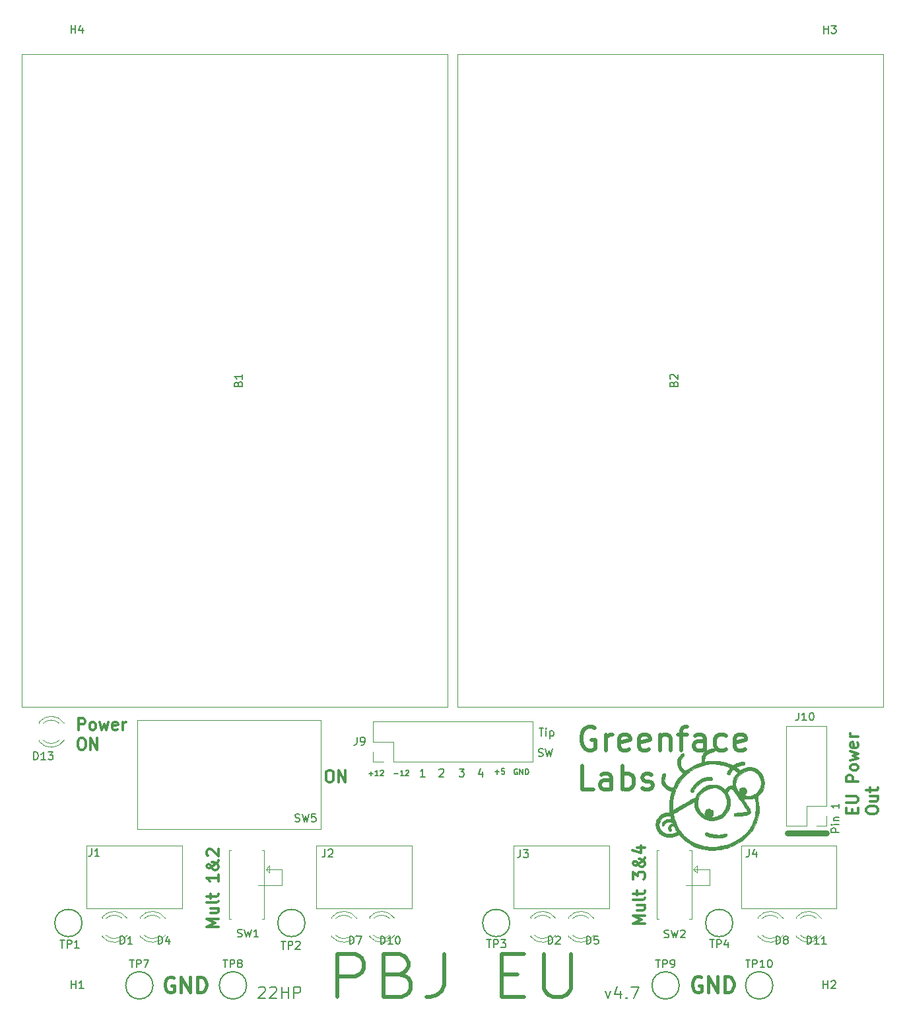
<source format=gbr>
G04 #@! TF.GenerationSoftware,KiCad,Pcbnew,(5.1.10)-1*
G04 #@! TF.CreationDate,2021-12-25T05:28:49-08:00*
G04 #@! TF.ProjectId,PBJ EU,50424a20-4555-42e6-9b69-6361645f7063,4.1*
G04 #@! TF.SameCoordinates,Original*
G04 #@! TF.FileFunction,Legend,Top*
G04 #@! TF.FilePolarity,Positive*
%FSLAX46Y46*%
G04 Gerber Fmt 4.6, Leading zero omitted, Abs format (unit mm)*
G04 Created by KiCad (PCBNEW (5.1.10)-1) date 2021-12-25 05:28:49*
%MOMM*%
%LPD*%
G01*
G04 APERTURE LIST*
%ADD10C,0.120000*%
%ADD11C,0.300000*%
%ADD12C,0.750000*%
%ADD13C,0.150000*%
%ADD14C,0.400000*%
%ADD15C,0.500000*%
%ADD16C,0.200000*%
%ADD17C,0.010000*%
G04 APERTURE END LIST*
D10*
X128620000Y-142670000D02*
X128620000Y-140610000D01*
X128620000Y-140610000D02*
X126600000Y-140610000D01*
X125630000Y-142670000D02*
X128620000Y-142670000D01*
X73740000Y-140600000D02*
X71720000Y-140600000D01*
X73740000Y-142660000D02*
X73740000Y-140600000D01*
X70750000Y-142660000D02*
X73740000Y-142660000D01*
D11*
X120338571Y-147588571D02*
X118838571Y-147588571D01*
X119910000Y-147088571D01*
X118838571Y-146588571D01*
X120338571Y-146588571D01*
X119338571Y-145231428D02*
X120338571Y-145231428D01*
X119338571Y-145874285D02*
X120124285Y-145874285D01*
X120267142Y-145802857D01*
X120338571Y-145660000D01*
X120338571Y-145445714D01*
X120267142Y-145302857D01*
X120195714Y-145231428D01*
X120338571Y-144302857D02*
X120267142Y-144445714D01*
X120124285Y-144517142D01*
X118838571Y-144517142D01*
X119338571Y-143945714D02*
X119338571Y-143374285D01*
X118838571Y-143731428D02*
X120124285Y-143731428D01*
X120267142Y-143660000D01*
X120338571Y-143517142D01*
X120338571Y-143374285D01*
X118838571Y-141874285D02*
X118838571Y-140945714D01*
X119410000Y-141445714D01*
X119410000Y-141231428D01*
X119481428Y-141088571D01*
X119552857Y-141017142D01*
X119695714Y-140945714D01*
X120052857Y-140945714D01*
X120195714Y-141017142D01*
X120267142Y-141088571D01*
X120338571Y-141231428D01*
X120338571Y-141660000D01*
X120267142Y-141802857D01*
X120195714Y-141874285D01*
X120338571Y-139088571D02*
X120338571Y-139160000D01*
X120267142Y-139302857D01*
X120052857Y-139517142D01*
X119624285Y-139874285D01*
X119410000Y-140017142D01*
X119195714Y-140088571D01*
X119052857Y-140088571D01*
X118910000Y-140017142D01*
X118838571Y-139874285D01*
X118838571Y-139802857D01*
X118910000Y-139660000D01*
X119052857Y-139588571D01*
X119124285Y-139588571D01*
X119267142Y-139660000D01*
X119338571Y-139731428D01*
X119624285Y-140160000D01*
X119695714Y-140231428D01*
X119838571Y-140302857D01*
X120052857Y-140302857D01*
X120195714Y-140231428D01*
X120267142Y-140160000D01*
X120338571Y-140017142D01*
X120338571Y-139802857D01*
X120267142Y-139660000D01*
X120195714Y-139588571D01*
X119910000Y-139374285D01*
X119695714Y-139302857D01*
X119552857Y-139302857D01*
X119338571Y-137802857D02*
X120338571Y-137802857D01*
X118767142Y-138160000D02*
X119838571Y-138517142D01*
X119838571Y-137588571D01*
X65628571Y-147968571D02*
X64128571Y-147968571D01*
X65200000Y-147468571D01*
X64128571Y-146968571D01*
X65628571Y-146968571D01*
X64628571Y-145611428D02*
X65628571Y-145611428D01*
X64628571Y-146254285D02*
X65414285Y-146254285D01*
X65557142Y-146182857D01*
X65628571Y-146040000D01*
X65628571Y-145825714D01*
X65557142Y-145682857D01*
X65485714Y-145611428D01*
X65628571Y-144682857D02*
X65557142Y-144825714D01*
X65414285Y-144897142D01*
X64128571Y-144897142D01*
X64628571Y-144325714D02*
X64628571Y-143754285D01*
X64128571Y-144111428D02*
X65414285Y-144111428D01*
X65557142Y-144040000D01*
X65628571Y-143897142D01*
X65628571Y-143754285D01*
X65628571Y-141325714D02*
X65628571Y-142182857D01*
X65628571Y-141754285D02*
X64128571Y-141754285D01*
X64342857Y-141897142D01*
X64485714Y-142040000D01*
X64557142Y-142182857D01*
X65628571Y-139468571D02*
X65628571Y-139540000D01*
X65557142Y-139682857D01*
X65342857Y-139897142D01*
X64914285Y-140254285D01*
X64700000Y-140397142D01*
X64485714Y-140468571D01*
X64342857Y-140468571D01*
X64200000Y-140397142D01*
X64128571Y-140254285D01*
X64128571Y-140182857D01*
X64200000Y-140040000D01*
X64342857Y-139968571D01*
X64414285Y-139968571D01*
X64557142Y-140040000D01*
X64628571Y-140111428D01*
X64914285Y-140540000D01*
X64985714Y-140611428D01*
X65128571Y-140682857D01*
X65342857Y-140682857D01*
X65485714Y-140611428D01*
X65557142Y-140540000D01*
X65628571Y-140397142D01*
X65628571Y-140182857D01*
X65557142Y-140040000D01*
X65485714Y-139968571D01*
X65200000Y-139754285D01*
X64985714Y-139682857D01*
X64842857Y-139682857D01*
X64271428Y-138897142D02*
X64200000Y-138825714D01*
X64128571Y-138682857D01*
X64128571Y-138325714D01*
X64200000Y-138182857D01*
X64271428Y-138111428D01*
X64414285Y-138040000D01*
X64557142Y-138040000D01*
X64771428Y-138111428D01*
X65628571Y-138968571D01*
X65628571Y-138040000D01*
D12*
X138620000Y-136020000D02*
X143620000Y-136020000D01*
D13*
X145262380Y-135889523D02*
X144262380Y-135889523D01*
X144262380Y-135508571D01*
X144310000Y-135413333D01*
X144357619Y-135365714D01*
X144452857Y-135318095D01*
X144595714Y-135318095D01*
X144690952Y-135365714D01*
X144738571Y-135413333D01*
X144786190Y-135508571D01*
X144786190Y-135889523D01*
X145262380Y-134889523D02*
X144595714Y-134889523D01*
X144262380Y-134889523D02*
X144310000Y-134937142D01*
X144357619Y-134889523D01*
X144310000Y-134841904D01*
X144262380Y-134889523D01*
X144357619Y-134889523D01*
X144595714Y-134413333D02*
X145262380Y-134413333D01*
X144690952Y-134413333D02*
X144643333Y-134365714D01*
X144595714Y-134270476D01*
X144595714Y-134127619D01*
X144643333Y-134032380D01*
X144738571Y-133984761D01*
X145262380Y-133984761D01*
X145262380Y-132222857D02*
X145262380Y-132794285D01*
X145262380Y-132508571D02*
X144262380Y-132508571D01*
X144405238Y-132603809D01*
X144500476Y-132699047D01*
X144548095Y-132794285D01*
D11*
X146907857Y-133447857D02*
X146907857Y-132947857D01*
X147693571Y-132733571D02*
X147693571Y-133447857D01*
X146193571Y-133447857D01*
X146193571Y-132733571D01*
X146193571Y-132090714D02*
X147407857Y-132090714D01*
X147550714Y-132019285D01*
X147622142Y-131947857D01*
X147693571Y-131805000D01*
X147693571Y-131519285D01*
X147622142Y-131376428D01*
X147550714Y-131305000D01*
X147407857Y-131233571D01*
X146193571Y-131233571D01*
X147693571Y-129376428D02*
X146193571Y-129376428D01*
X146193571Y-128805000D01*
X146265000Y-128662142D01*
X146336428Y-128590714D01*
X146479285Y-128519285D01*
X146693571Y-128519285D01*
X146836428Y-128590714D01*
X146907857Y-128662142D01*
X146979285Y-128805000D01*
X146979285Y-129376428D01*
X147693571Y-127662142D02*
X147622142Y-127805000D01*
X147550714Y-127876428D01*
X147407857Y-127947857D01*
X146979285Y-127947857D01*
X146836428Y-127876428D01*
X146765000Y-127805000D01*
X146693571Y-127662142D01*
X146693571Y-127447857D01*
X146765000Y-127305000D01*
X146836428Y-127233571D01*
X146979285Y-127162142D01*
X147407857Y-127162142D01*
X147550714Y-127233571D01*
X147622142Y-127305000D01*
X147693571Y-127447857D01*
X147693571Y-127662142D01*
X146693571Y-126662142D02*
X147693571Y-126376428D01*
X146979285Y-126090714D01*
X147693571Y-125805000D01*
X146693571Y-125519285D01*
X147622142Y-124376428D02*
X147693571Y-124519285D01*
X147693571Y-124805000D01*
X147622142Y-124947857D01*
X147479285Y-125019285D01*
X146907857Y-125019285D01*
X146765000Y-124947857D01*
X146693571Y-124805000D01*
X146693571Y-124519285D01*
X146765000Y-124376428D01*
X146907857Y-124305000D01*
X147050714Y-124305000D01*
X147193571Y-125019285D01*
X147693571Y-123662142D02*
X146693571Y-123662142D01*
X146979285Y-123662142D02*
X146836428Y-123590714D01*
X146765000Y-123519285D01*
X146693571Y-123376428D01*
X146693571Y-123233571D01*
X148743571Y-133162142D02*
X148743571Y-132876428D01*
X148815000Y-132733571D01*
X148957857Y-132590714D01*
X149243571Y-132519285D01*
X149743571Y-132519285D01*
X150029285Y-132590714D01*
X150172142Y-132733571D01*
X150243571Y-132876428D01*
X150243571Y-133162142D01*
X150172142Y-133305000D01*
X150029285Y-133447857D01*
X149743571Y-133519285D01*
X149243571Y-133519285D01*
X148957857Y-133447857D01*
X148815000Y-133305000D01*
X148743571Y-133162142D01*
X149243571Y-131233571D02*
X150243571Y-131233571D01*
X149243571Y-131876428D02*
X150029285Y-131876428D01*
X150172142Y-131805000D01*
X150243571Y-131662142D01*
X150243571Y-131447857D01*
X150172142Y-131305000D01*
X150100714Y-131233571D01*
X149243571Y-130733571D02*
X149243571Y-130162142D01*
X148743571Y-130519285D02*
X150029285Y-130519285D01*
X150172142Y-130447857D01*
X150243571Y-130305000D01*
X150243571Y-130162142D01*
X79771428Y-127928571D02*
X80057142Y-127928571D01*
X80200000Y-128000000D01*
X80342857Y-128142857D01*
X80414285Y-128428571D01*
X80414285Y-128928571D01*
X80342857Y-129214285D01*
X80200000Y-129357142D01*
X80057142Y-129428571D01*
X79771428Y-129428571D01*
X79628571Y-129357142D01*
X79485714Y-129214285D01*
X79414285Y-128928571D01*
X79414285Y-128428571D01*
X79485714Y-128142857D01*
X79628571Y-128000000D01*
X79771428Y-127928571D01*
X81057142Y-129428571D02*
X81057142Y-127928571D01*
X81914285Y-129428571D01*
X81914285Y-127928571D01*
D14*
X127551190Y-154475000D02*
X127360714Y-154379761D01*
X127075000Y-154379761D01*
X126789285Y-154475000D01*
X126598809Y-154665476D01*
X126503571Y-154855952D01*
X126408333Y-155236904D01*
X126408333Y-155522619D01*
X126503571Y-155903571D01*
X126598809Y-156094047D01*
X126789285Y-156284523D01*
X127075000Y-156379761D01*
X127265476Y-156379761D01*
X127551190Y-156284523D01*
X127646428Y-156189285D01*
X127646428Y-155522619D01*
X127265476Y-155522619D01*
X128503571Y-156379761D02*
X128503571Y-154379761D01*
X129646428Y-156379761D01*
X129646428Y-154379761D01*
X130598809Y-156379761D02*
X130598809Y-154379761D01*
X131075000Y-154379761D01*
X131360714Y-154475000D01*
X131551190Y-154665476D01*
X131646428Y-154855952D01*
X131741666Y-155236904D01*
X131741666Y-155522619D01*
X131646428Y-155903571D01*
X131551190Y-156094047D01*
X131360714Y-156284523D01*
X131075000Y-156379761D01*
X130598809Y-156379761D01*
X59901190Y-154500000D02*
X59710714Y-154404761D01*
X59425000Y-154404761D01*
X59139285Y-154500000D01*
X58948809Y-154690476D01*
X58853571Y-154880952D01*
X58758333Y-155261904D01*
X58758333Y-155547619D01*
X58853571Y-155928571D01*
X58948809Y-156119047D01*
X59139285Y-156309523D01*
X59425000Y-156404761D01*
X59615476Y-156404761D01*
X59901190Y-156309523D01*
X59996428Y-156214285D01*
X59996428Y-155547619D01*
X59615476Y-155547619D01*
X60853571Y-156404761D02*
X60853571Y-154404761D01*
X61996428Y-156404761D01*
X61996428Y-154404761D01*
X62948809Y-156404761D02*
X62948809Y-154404761D01*
X63425000Y-154404761D01*
X63710714Y-154500000D01*
X63901190Y-154690476D01*
X63996428Y-154880952D01*
X64091666Y-155261904D01*
X64091666Y-155547619D01*
X63996428Y-155928571D01*
X63901190Y-156119047D01*
X63710714Y-156309523D01*
X63425000Y-156404761D01*
X62948809Y-156404761D01*
D15*
X113890714Y-122500000D02*
X113605000Y-122357142D01*
X113176428Y-122357142D01*
X112747857Y-122500000D01*
X112462142Y-122785714D01*
X112319285Y-123071428D01*
X112176428Y-123642857D01*
X112176428Y-124071428D01*
X112319285Y-124642857D01*
X112462142Y-124928571D01*
X112747857Y-125214285D01*
X113176428Y-125357142D01*
X113462142Y-125357142D01*
X113890714Y-125214285D01*
X114033571Y-125071428D01*
X114033571Y-124071428D01*
X113462142Y-124071428D01*
X115319285Y-125357142D02*
X115319285Y-123357142D01*
X115319285Y-123928571D02*
X115462142Y-123642857D01*
X115605000Y-123500000D01*
X115890714Y-123357142D01*
X116176428Y-123357142D01*
X118319285Y-125214285D02*
X118033571Y-125357142D01*
X117462142Y-125357142D01*
X117176428Y-125214285D01*
X117033571Y-124928571D01*
X117033571Y-123785714D01*
X117176428Y-123500000D01*
X117462142Y-123357142D01*
X118033571Y-123357142D01*
X118319285Y-123500000D01*
X118462142Y-123785714D01*
X118462142Y-124071428D01*
X117033571Y-124357142D01*
X120890714Y-125214285D02*
X120605000Y-125357142D01*
X120033571Y-125357142D01*
X119747857Y-125214285D01*
X119605000Y-124928571D01*
X119605000Y-123785714D01*
X119747857Y-123500000D01*
X120033571Y-123357142D01*
X120605000Y-123357142D01*
X120890714Y-123500000D01*
X121033571Y-123785714D01*
X121033571Y-124071428D01*
X119605000Y-124357142D01*
X122319285Y-123357142D02*
X122319285Y-125357142D01*
X122319285Y-123642857D02*
X122462142Y-123500000D01*
X122747857Y-123357142D01*
X123176428Y-123357142D01*
X123462142Y-123500000D01*
X123605000Y-123785714D01*
X123605000Y-125357142D01*
X124605000Y-123357142D02*
X125747857Y-123357142D01*
X125033571Y-125357142D02*
X125033571Y-122785714D01*
X125176428Y-122500000D01*
X125462142Y-122357142D01*
X125747857Y-122357142D01*
X128033571Y-125357142D02*
X128033571Y-123785714D01*
X127890714Y-123500000D01*
X127605000Y-123357142D01*
X127033571Y-123357142D01*
X126747857Y-123500000D01*
X128033571Y-125214285D02*
X127747857Y-125357142D01*
X127033571Y-125357142D01*
X126747857Y-125214285D01*
X126605000Y-124928571D01*
X126605000Y-124642857D01*
X126747857Y-124357142D01*
X127033571Y-124214285D01*
X127747857Y-124214285D01*
X128033571Y-124071428D01*
X130747857Y-125214285D02*
X130462142Y-125357142D01*
X129890714Y-125357142D01*
X129605000Y-125214285D01*
X129462142Y-125071428D01*
X129319285Y-124785714D01*
X129319285Y-123928571D01*
X129462142Y-123642857D01*
X129605000Y-123500000D01*
X129890714Y-123357142D01*
X130462142Y-123357142D01*
X130747857Y-123500000D01*
X133176428Y-125214285D02*
X132890714Y-125357142D01*
X132319285Y-125357142D01*
X132033571Y-125214285D01*
X131890714Y-124928571D01*
X131890714Y-123785714D01*
X132033571Y-123500000D01*
X132319285Y-123357142D01*
X132890714Y-123357142D01*
X133176428Y-123500000D01*
X133319285Y-123785714D01*
X133319285Y-124071428D01*
X131890714Y-124357142D01*
X113747857Y-130357142D02*
X112319285Y-130357142D01*
X112319285Y-127357142D01*
X116033571Y-130357142D02*
X116033571Y-128785714D01*
X115890714Y-128500000D01*
X115605000Y-128357142D01*
X115033571Y-128357142D01*
X114747857Y-128500000D01*
X116033571Y-130214285D02*
X115747857Y-130357142D01*
X115033571Y-130357142D01*
X114747857Y-130214285D01*
X114605000Y-129928571D01*
X114605000Y-129642857D01*
X114747857Y-129357142D01*
X115033571Y-129214285D01*
X115747857Y-129214285D01*
X116033571Y-129071428D01*
X117462142Y-130357142D02*
X117462142Y-127357142D01*
X117462142Y-128500000D02*
X117747857Y-128357142D01*
X118319285Y-128357142D01*
X118605000Y-128500000D01*
X118747857Y-128642857D01*
X118890714Y-128928571D01*
X118890714Y-129785714D01*
X118747857Y-130071428D01*
X118605000Y-130214285D01*
X118319285Y-130357142D01*
X117747857Y-130357142D01*
X117462142Y-130214285D01*
X120033571Y-130214285D02*
X120319285Y-130357142D01*
X120890714Y-130357142D01*
X121176428Y-130214285D01*
X121319285Y-129928571D01*
X121319285Y-129785714D01*
X121176428Y-129500000D01*
X120890714Y-129357142D01*
X120462142Y-129357142D01*
X120176428Y-129214285D01*
X120033571Y-128928571D01*
X120033571Y-128785714D01*
X120176428Y-128500000D01*
X120462142Y-128357142D01*
X120890714Y-128357142D01*
X121176428Y-128500000D01*
D13*
X96516666Y-127752380D02*
X97135714Y-127752380D01*
X96802380Y-128133333D01*
X96945238Y-128133333D01*
X97040476Y-128180952D01*
X97088095Y-128228571D01*
X97135714Y-128323809D01*
X97135714Y-128561904D01*
X97088095Y-128657142D01*
X97040476Y-128704761D01*
X96945238Y-128752380D01*
X96659523Y-128752380D01*
X96564285Y-128704761D01*
X96516666Y-128657142D01*
X93964285Y-127847619D02*
X94011904Y-127800000D01*
X94107142Y-127752380D01*
X94345238Y-127752380D01*
X94440476Y-127800000D01*
X94488095Y-127847619D01*
X94535714Y-127942857D01*
X94535714Y-128038095D01*
X94488095Y-128180952D01*
X93916666Y-128752380D01*
X94535714Y-128752380D01*
X106692857Y-126104761D02*
X106835714Y-126152380D01*
X107073809Y-126152380D01*
X107169047Y-126104761D01*
X107216666Y-126057142D01*
X107264285Y-125961904D01*
X107264285Y-125866666D01*
X107216666Y-125771428D01*
X107169047Y-125723809D01*
X107073809Y-125676190D01*
X106883333Y-125628571D01*
X106788095Y-125580952D01*
X106740476Y-125533333D01*
X106692857Y-125438095D01*
X106692857Y-125342857D01*
X106740476Y-125247619D01*
X106788095Y-125200000D01*
X106883333Y-125152380D01*
X107121428Y-125152380D01*
X107264285Y-125200000D01*
X107597619Y-125152380D02*
X107835714Y-126152380D01*
X108026190Y-125438095D01*
X108216666Y-126152380D01*
X108454761Y-125152380D01*
X84916666Y-128350000D02*
X85450000Y-128350000D01*
X85183333Y-128616666D02*
X85183333Y-128083333D01*
X86150000Y-128616666D02*
X85750000Y-128616666D01*
X85950000Y-128616666D02*
X85950000Y-127916666D01*
X85883333Y-128016666D01*
X85816666Y-128083333D01*
X85750000Y-128116666D01*
X86416666Y-127983333D02*
X86450000Y-127950000D01*
X86516666Y-127916666D01*
X86683333Y-127916666D01*
X86750000Y-127950000D01*
X86783333Y-127983333D01*
X86816666Y-128050000D01*
X86816666Y-128116666D01*
X86783333Y-128216666D01*
X86383333Y-128616666D01*
X86816666Y-128616666D01*
X92135714Y-128752380D02*
X91564285Y-128752380D01*
X91850000Y-128752380D02*
X91850000Y-127752380D01*
X91754761Y-127895238D01*
X91659523Y-127990476D01*
X91564285Y-128038095D01*
X106773809Y-122552380D02*
X107345238Y-122552380D01*
X107059523Y-123552380D02*
X107059523Y-122552380D01*
X107678571Y-123552380D02*
X107678571Y-122885714D01*
X107678571Y-122552380D02*
X107630952Y-122600000D01*
X107678571Y-122647619D01*
X107726190Y-122600000D01*
X107678571Y-122552380D01*
X107678571Y-122647619D01*
X108154761Y-122885714D02*
X108154761Y-123885714D01*
X108154761Y-122933333D02*
X108250000Y-122885714D01*
X108440476Y-122885714D01*
X108535714Y-122933333D01*
X108583333Y-122980952D01*
X108630952Y-123076190D01*
X108630952Y-123361904D01*
X108583333Y-123457142D01*
X108535714Y-123504761D01*
X108440476Y-123552380D01*
X108250000Y-123552380D01*
X108154761Y-123504761D01*
D11*
X47682142Y-122763571D02*
X47682142Y-121263571D01*
X48253571Y-121263571D01*
X48396428Y-121335000D01*
X48467857Y-121406428D01*
X48539285Y-121549285D01*
X48539285Y-121763571D01*
X48467857Y-121906428D01*
X48396428Y-121977857D01*
X48253571Y-122049285D01*
X47682142Y-122049285D01*
X49396428Y-122763571D02*
X49253571Y-122692142D01*
X49182142Y-122620714D01*
X49110714Y-122477857D01*
X49110714Y-122049285D01*
X49182142Y-121906428D01*
X49253571Y-121835000D01*
X49396428Y-121763571D01*
X49610714Y-121763571D01*
X49753571Y-121835000D01*
X49825000Y-121906428D01*
X49896428Y-122049285D01*
X49896428Y-122477857D01*
X49825000Y-122620714D01*
X49753571Y-122692142D01*
X49610714Y-122763571D01*
X49396428Y-122763571D01*
X50396428Y-121763571D02*
X50682142Y-122763571D01*
X50967857Y-122049285D01*
X51253571Y-122763571D01*
X51539285Y-121763571D01*
X52682142Y-122692142D02*
X52539285Y-122763571D01*
X52253571Y-122763571D01*
X52110714Y-122692142D01*
X52039285Y-122549285D01*
X52039285Y-121977857D01*
X52110714Y-121835000D01*
X52253571Y-121763571D01*
X52539285Y-121763571D01*
X52682142Y-121835000D01*
X52753571Y-121977857D01*
X52753571Y-122120714D01*
X52039285Y-122263571D01*
X53396428Y-122763571D02*
X53396428Y-121763571D01*
X53396428Y-122049285D02*
X53467857Y-121906428D01*
X53539285Y-121835000D01*
X53682142Y-121763571D01*
X53825000Y-121763571D01*
X47967857Y-123813571D02*
X48253571Y-123813571D01*
X48396428Y-123885000D01*
X48539285Y-124027857D01*
X48610714Y-124313571D01*
X48610714Y-124813571D01*
X48539285Y-125099285D01*
X48396428Y-125242142D01*
X48253571Y-125313571D01*
X47967857Y-125313571D01*
X47825000Y-125242142D01*
X47682142Y-125099285D01*
X47610714Y-124813571D01*
X47610714Y-124313571D01*
X47682142Y-124027857D01*
X47825000Y-123885000D01*
X47967857Y-123813571D01*
X49253571Y-125313571D02*
X49253571Y-123813571D01*
X50110714Y-125313571D01*
X50110714Y-123813571D01*
D13*
X88166666Y-128350000D02*
X88700000Y-128350000D01*
X89400000Y-128616666D02*
X89000000Y-128616666D01*
X89200000Y-128616666D02*
X89200000Y-127916666D01*
X89133333Y-128016666D01*
X89066666Y-128083333D01*
X89000000Y-128116666D01*
X89666666Y-127983333D02*
X89700000Y-127950000D01*
X89766666Y-127916666D01*
X89933333Y-127916666D01*
X90000000Y-127950000D01*
X90033333Y-127983333D01*
X90066666Y-128050000D01*
X90066666Y-128116666D01*
X90033333Y-128216666D01*
X89633333Y-128616666D01*
X90066666Y-128616666D01*
X99490476Y-128085714D02*
X99490476Y-128752380D01*
X99252380Y-127704761D02*
X99014285Y-128419047D01*
X99633333Y-128419047D01*
X101100000Y-128150000D02*
X101633333Y-128150000D01*
X101366666Y-128416666D02*
X101366666Y-127883333D01*
X102300000Y-127716666D02*
X101966666Y-127716666D01*
X101933333Y-128050000D01*
X101966666Y-128016666D01*
X102033333Y-127983333D01*
X102200000Y-127983333D01*
X102266666Y-128016666D01*
X102300000Y-128050000D01*
X102333333Y-128116666D01*
X102333333Y-128283333D01*
X102300000Y-128350000D01*
X102266666Y-128383333D01*
X102200000Y-128416666D01*
X102033333Y-128416666D01*
X101966666Y-128383333D01*
X101933333Y-128350000D01*
X103966666Y-127800000D02*
X103900000Y-127766666D01*
X103800000Y-127766666D01*
X103700000Y-127800000D01*
X103633333Y-127866666D01*
X103600000Y-127933333D01*
X103566666Y-128066666D01*
X103566666Y-128166666D01*
X103600000Y-128300000D01*
X103633333Y-128366666D01*
X103700000Y-128433333D01*
X103800000Y-128466666D01*
X103866666Y-128466666D01*
X103966666Y-128433333D01*
X104000000Y-128400000D01*
X104000000Y-128166666D01*
X103866666Y-128166666D01*
X104300000Y-128466666D02*
X104300000Y-127766666D01*
X104700000Y-128466666D01*
X104700000Y-127766666D01*
X105033333Y-128466666D02*
X105033333Y-127766666D01*
X105200000Y-127766666D01*
X105300000Y-127800000D01*
X105366666Y-127866666D01*
X105400000Y-127933333D01*
X105433333Y-128066666D01*
X105433333Y-128166666D01*
X105400000Y-128300000D01*
X105366666Y-128366666D01*
X105300000Y-128433333D01*
X105200000Y-128466666D01*
X105033333Y-128466666D01*
D16*
X70821428Y-155821428D02*
X70892857Y-155750000D01*
X71035714Y-155678571D01*
X71392857Y-155678571D01*
X71535714Y-155750000D01*
X71607142Y-155821428D01*
X71678571Y-155964285D01*
X71678571Y-156107142D01*
X71607142Y-156321428D01*
X70750000Y-157178571D01*
X71678571Y-157178571D01*
X72250000Y-155821428D02*
X72321428Y-155750000D01*
X72464285Y-155678571D01*
X72821428Y-155678571D01*
X72964285Y-155750000D01*
X73035714Y-155821428D01*
X73107142Y-155964285D01*
X73107142Y-156107142D01*
X73035714Y-156321428D01*
X72178571Y-157178571D01*
X73107142Y-157178571D01*
X73750000Y-157178571D02*
X73750000Y-155678571D01*
X73750000Y-156392857D02*
X74607142Y-156392857D01*
X74607142Y-157178571D02*
X74607142Y-155678571D01*
X75321428Y-157178571D02*
X75321428Y-155678571D01*
X75892857Y-155678571D01*
X76035714Y-155750000D01*
X76107142Y-155821428D01*
X76178571Y-155964285D01*
X76178571Y-156178571D01*
X76107142Y-156321428D01*
X76035714Y-156392857D01*
X75892857Y-156464285D01*
X75321428Y-156464285D01*
X115257142Y-156178571D02*
X115614285Y-157178571D01*
X115971428Y-156178571D01*
X117185714Y-156178571D02*
X117185714Y-157178571D01*
X116828571Y-155607142D02*
X116471428Y-156678571D01*
X117400000Y-156678571D01*
X117971428Y-157035714D02*
X118042857Y-157107142D01*
X117971428Y-157178571D01*
X117900000Y-157107142D01*
X117971428Y-157035714D01*
X117971428Y-157178571D01*
X118542857Y-155678571D02*
X119542857Y-155678571D01*
X118900000Y-157178571D01*
D15*
X80850000Y-156988095D02*
X80850000Y-151488095D01*
X83135714Y-151488095D01*
X83707142Y-151750000D01*
X83992857Y-152011904D01*
X84278571Y-152535714D01*
X84278571Y-153321428D01*
X83992857Y-153845238D01*
X83707142Y-154107142D01*
X83135714Y-154369047D01*
X80850000Y-154369047D01*
X88850000Y-154107142D02*
X89707142Y-154369047D01*
X89992857Y-154630952D01*
X90278571Y-155154761D01*
X90278571Y-155940476D01*
X89992857Y-156464285D01*
X89707142Y-156726190D01*
X89135714Y-156988095D01*
X86850000Y-156988095D01*
X86850000Y-151488095D01*
X88850000Y-151488095D01*
X89421428Y-151750000D01*
X89707142Y-152011904D01*
X89992857Y-152535714D01*
X89992857Y-153059523D01*
X89707142Y-153583333D01*
X89421428Y-153845238D01*
X88850000Y-154107142D01*
X86850000Y-154107142D01*
X94564285Y-151488095D02*
X94564285Y-155416666D01*
X94278571Y-156202380D01*
X93707142Y-156726190D01*
X92850000Y-156988095D01*
X92278571Y-156988095D01*
X101992857Y-154107142D02*
X103992857Y-154107142D01*
X104850000Y-156988095D02*
X101992857Y-156988095D01*
X101992857Y-151488095D01*
X104850000Y-151488095D01*
X107421428Y-151488095D02*
X107421428Y-155940476D01*
X107707142Y-156464285D01*
X107992857Y-156726190D01*
X108564285Y-156988095D01*
X109707142Y-156988095D01*
X110278571Y-156726190D01*
X110564285Y-156464285D01*
X110850000Y-155940476D01*
X110850000Y-151488095D01*
D10*
X150900000Y-119800000D02*
X150900000Y-36200000D01*
X96300000Y-119800000D02*
X96300000Y-36200000D01*
X96300000Y-119800000D02*
X150900000Y-119800000D01*
X96300000Y-36200000D02*
X150900000Y-36200000D01*
X78750000Y-121500000D02*
X55250000Y-121500000D01*
X55250000Y-121500000D02*
X55250000Y-135500000D01*
X78750000Y-135500000D02*
X55250000Y-135500000D01*
X78750000Y-135500000D02*
X78750000Y-121500000D01*
X105660000Y-146764000D02*
X105660000Y-146920000D01*
X105660000Y-149080000D02*
X105660000Y-149236000D01*
X108261130Y-149079837D02*
G75*
G02*
X106179039Y-149080000I-1041130J1079837D01*
G01*
X108261130Y-146920163D02*
G75*
G03*
X106179039Y-146920000I-1041130J-1079837D01*
G01*
X108892335Y-149078608D02*
G75*
G02*
X105660000Y-149235516I-1672335J1078608D01*
G01*
X108892335Y-146921392D02*
G75*
G03*
X105660000Y-146764484I-1672335J-1078608D01*
G01*
X50710000Y-146764000D02*
X50710000Y-146920000D01*
X50710000Y-149080000D02*
X50710000Y-149236000D01*
X53311130Y-149079837D02*
G75*
G02*
X51229039Y-149080000I-1041130J1079837D01*
G01*
X53311130Y-146920163D02*
G75*
G03*
X51229039Y-146920000I-1041130J-1079837D01*
G01*
X53942335Y-149078608D02*
G75*
G02*
X50710000Y-149235516I-1672335J1078608D01*
G01*
X53942335Y-146921392D02*
G75*
G03*
X50710000Y-146764484I-1672335J-1078608D01*
G01*
X71510000Y-138190000D02*
X71510000Y-147010000D01*
X71510000Y-147010000D02*
X71200000Y-147010000D01*
X66990000Y-147010000D02*
X66990000Y-138190000D01*
X71200000Y-138190000D02*
X71510000Y-138190000D01*
X66990000Y-138190000D02*
X67300000Y-138190000D01*
X66990000Y-147010000D02*
X67300000Y-147010000D01*
X72210000Y-140100000D02*
X71710000Y-140600000D01*
X71710000Y-140600000D02*
X72210000Y-141100000D01*
X72210000Y-141100000D02*
X72210000Y-140100000D01*
D13*
X48150000Y-147500000D02*
G75*
G03*
X48150000Y-147500000I-1750000J0D01*
G01*
X76750000Y-147500000D02*
G75*
G03*
X76750000Y-147500000I-1750000J0D01*
G01*
X103020000Y-147500000D02*
G75*
G03*
X103020000Y-147500000I-1750000J0D01*
G01*
X131620000Y-147500000D02*
G75*
G03*
X131620000Y-147500000I-1750000J0D01*
G01*
D10*
X126360000Y-138190000D02*
X126360000Y-147010000D01*
X126360000Y-147010000D02*
X126050000Y-147010000D01*
X121840000Y-147010000D02*
X121840000Y-138190000D01*
X126050000Y-138190000D02*
X126360000Y-138190000D01*
X121840000Y-138190000D02*
X122150000Y-138190000D01*
X121840000Y-147010000D02*
X122150000Y-147010000D01*
X127060000Y-140100000D02*
X126560000Y-140600000D01*
X126560000Y-140600000D02*
X127060000Y-141100000D01*
X127060000Y-141100000D02*
X127060000Y-140100000D01*
X42630000Y-121764000D02*
X42630000Y-121920000D01*
X42630000Y-124080000D02*
X42630000Y-124236000D01*
X45231130Y-124079837D02*
G75*
G02*
X43149039Y-124080000I-1041130J1079837D01*
G01*
X45231130Y-121920163D02*
G75*
G03*
X43149039Y-121920000I-1041130J-1079837D01*
G01*
X45862335Y-124078608D02*
G75*
G02*
X42630000Y-124235516I-1672335J1078608D01*
G01*
X45862335Y-121921392D02*
G75*
G03*
X42630000Y-121764484I-1672335J-1078608D01*
G01*
X85010000Y-146764000D02*
X85010000Y-146920000D01*
X85010000Y-149080000D02*
X85010000Y-149236000D01*
X87611130Y-149079837D02*
G75*
G02*
X85529039Y-149080000I-1041130J1079837D01*
G01*
X87611130Y-146920163D02*
G75*
G03*
X85529039Y-146920000I-1041130J-1079837D01*
G01*
X88242335Y-149078608D02*
G75*
G02*
X85010000Y-149235516I-1672335J1078608D01*
G01*
X88242335Y-146921392D02*
G75*
G03*
X85010000Y-146764484I-1672335J-1078608D01*
G01*
X80160000Y-146764000D02*
X80160000Y-146920000D01*
X80160000Y-149080000D02*
X80160000Y-149236000D01*
X82761130Y-149079837D02*
G75*
G02*
X80679039Y-149080000I-1041130J1079837D01*
G01*
X82761130Y-146920163D02*
G75*
G03*
X80679039Y-146920000I-1041130J-1079837D01*
G01*
X83392335Y-149078608D02*
G75*
G02*
X80160000Y-149235516I-1672335J1078608D01*
G01*
X83392335Y-146921392D02*
G75*
G03*
X80160000Y-146764484I-1672335J-1078608D01*
G01*
X139760000Y-146764000D02*
X139760000Y-146920000D01*
X139760000Y-149080000D02*
X139760000Y-149236000D01*
X142361130Y-149079837D02*
G75*
G02*
X140279039Y-149080000I-1041130J1079837D01*
G01*
X142361130Y-146920163D02*
G75*
G03*
X140279039Y-146920000I-1041130J-1079837D01*
G01*
X142992335Y-149078608D02*
G75*
G02*
X139760000Y-149235516I-1672335J1078608D01*
G01*
X142992335Y-146921392D02*
G75*
G03*
X139760000Y-146764484I-1672335J-1078608D01*
G01*
X134860000Y-146764000D02*
X134860000Y-146920000D01*
X134860000Y-149080000D02*
X134860000Y-149236000D01*
X137461130Y-149079837D02*
G75*
G02*
X135379039Y-149080000I-1041130J1079837D01*
G01*
X137461130Y-146920163D02*
G75*
G03*
X135379039Y-146920000I-1041130J-1079837D01*
G01*
X138092335Y-149078608D02*
G75*
G02*
X134860000Y-149235516I-1672335J1078608D01*
G01*
X138092335Y-146921392D02*
G75*
G03*
X134860000Y-146764484I-1672335J-1078608D01*
G01*
X48720000Y-145650000D02*
X48720000Y-137550000D01*
X48720000Y-137550000D02*
X60980000Y-137550000D01*
X60980000Y-137550000D02*
X60980000Y-145650000D01*
X48720000Y-145650000D02*
X60980000Y-145650000D01*
X55610000Y-146764000D02*
X55610000Y-146920000D01*
X55610000Y-149080000D02*
X55610000Y-149236000D01*
X58211130Y-149079837D02*
G75*
G02*
X56129039Y-149080000I-1041130J1079837D01*
G01*
X58211130Y-146920163D02*
G75*
G03*
X56129039Y-146920000I-1041130J-1079837D01*
G01*
X58842335Y-149078608D02*
G75*
G02*
X55610000Y-149235516I-1672335J1078608D01*
G01*
X58842335Y-146921392D02*
G75*
G03*
X55610000Y-146764484I-1672335J-1078608D01*
G01*
X78220000Y-145650000D02*
X78220000Y-137550000D01*
X78220000Y-137550000D02*
X90480000Y-137550000D01*
X90480000Y-137550000D02*
X90480000Y-145650000D01*
X78220000Y-145650000D02*
X90480000Y-145650000D01*
X110560000Y-146764000D02*
X110560000Y-146920000D01*
X110560000Y-149080000D02*
X110560000Y-149236000D01*
X113161130Y-149079837D02*
G75*
G02*
X111079039Y-149080000I-1041130J1079837D01*
G01*
X113161130Y-146920163D02*
G75*
G03*
X111079039Y-146920000I-1041130J-1079837D01*
G01*
X113792335Y-149078608D02*
G75*
G02*
X110560000Y-149235516I-1672335J1078608D01*
G01*
X113792335Y-146921392D02*
G75*
G03*
X110560000Y-146764484I-1672335J-1078608D01*
G01*
X103520000Y-145650000D02*
X103520000Y-137550000D01*
X103520000Y-137550000D02*
X115780000Y-137550000D01*
X115780000Y-137550000D02*
X115780000Y-145650000D01*
X103520000Y-145650000D02*
X115780000Y-145650000D01*
X132670000Y-145650000D02*
X132670000Y-137550000D01*
X132670000Y-137550000D02*
X144930000Y-137550000D01*
X144930000Y-137550000D02*
X144930000Y-145650000D01*
X132670000Y-145650000D02*
X144930000Y-145650000D01*
X95050000Y-119800000D02*
X95050000Y-36200000D01*
X40450000Y-119800000D02*
X40450000Y-36200000D01*
X40450000Y-119800000D02*
X95050000Y-119800000D01*
X40450000Y-36200000D02*
X95050000Y-36200000D01*
D13*
X57250000Y-155500000D02*
G75*
G03*
X57250000Y-155500000I-1750000J0D01*
G01*
X69250000Y-155500000D02*
G75*
G03*
X69250000Y-155500000I-1750000J0D01*
G01*
X124750000Y-155500000D02*
G75*
G03*
X124750000Y-155500000I-1750000J0D01*
G01*
X136750000Y-155500000D02*
G75*
G03*
X136750000Y-155500000I-1750000J0D01*
G01*
D10*
X85470000Y-126870000D02*
X85470000Y-125540000D01*
X86800000Y-126870000D02*
X85470000Y-126870000D01*
X85470000Y-124270000D02*
X85470000Y-121670000D01*
X88070000Y-124270000D02*
X85470000Y-124270000D01*
X88070000Y-126870000D02*
X88070000Y-124270000D01*
X85470000Y-121670000D02*
X105910000Y-121670000D01*
X88070000Y-126870000D02*
X105910000Y-126870000D01*
X105910000Y-126870000D02*
X105910000Y-121670000D01*
X143660000Y-122260000D02*
X138460000Y-122260000D01*
X143660000Y-132480000D02*
X143660000Y-122260000D01*
X138460000Y-135080000D02*
X138460000Y-122260000D01*
X143660000Y-132480000D02*
X141060000Y-132480000D01*
X141060000Y-132480000D02*
X141060000Y-135080000D01*
X141060000Y-135080000D02*
X138460000Y-135080000D01*
X143660000Y-133750000D02*
X143660000Y-135080000D01*
X143660000Y-135080000D02*
X142330000Y-135080000D01*
D17*
G36*
X128772068Y-128805822D02*
G01*
X128835614Y-128813064D01*
X128880125Y-128826174D01*
X128916183Y-128846559D01*
X128926556Y-128854023D01*
X128984628Y-128922767D01*
X129008895Y-129007206D01*
X128996999Y-129090076D01*
X128965391Y-129138408D01*
X128938194Y-129158871D01*
X128898010Y-129173836D01*
X128835848Y-129184774D01*
X128742716Y-129193152D01*
X128609623Y-129200441D01*
X128576594Y-129201933D01*
X128368705Y-129215409D01*
X128196442Y-129237795D01*
X128044921Y-129272579D01*
X127899259Y-129323248D01*
X127744572Y-129393289D01*
X127730779Y-129400124D01*
X127502290Y-129531286D01*
X127282997Y-129690005D01*
X127079920Y-129869025D01*
X126900081Y-130061090D01*
X126750502Y-130258944D01*
X126638203Y-130455334D01*
X126587685Y-130581341D01*
X126536316Y-130690199D01*
X126468632Y-130751058D01*
X126384859Y-130763807D01*
X126288594Y-130730185D01*
X126220717Y-130669169D01*
X126192751Y-130581023D01*
X126204860Y-130465117D01*
X126257207Y-130320819D01*
X126349956Y-130147500D01*
X126483271Y-129944527D01*
X126497370Y-129924635D01*
X126693159Y-129686126D01*
X126927738Y-129460627D01*
X127189237Y-129257381D01*
X127465785Y-129085628D01*
X127741000Y-128956367D01*
X127935830Y-128887026D01*
X128112250Y-128841200D01*
X128291370Y-128814872D01*
X128494305Y-128804025D01*
X128545556Y-128803306D01*
X128678909Y-128803039D01*
X128772068Y-128805822D01*
G37*
X128772068Y-128805822D02*
X128835614Y-128813064D01*
X128880125Y-128826174D01*
X128916183Y-128846559D01*
X128926556Y-128854023D01*
X128984628Y-128922767D01*
X129008895Y-129007206D01*
X128996999Y-129090076D01*
X128965391Y-129138408D01*
X128938194Y-129158871D01*
X128898010Y-129173836D01*
X128835848Y-129184774D01*
X128742716Y-129193152D01*
X128609623Y-129200441D01*
X128576594Y-129201933D01*
X128368705Y-129215409D01*
X128196442Y-129237795D01*
X128044921Y-129272579D01*
X127899259Y-129323248D01*
X127744572Y-129393289D01*
X127730779Y-129400124D01*
X127502290Y-129531286D01*
X127282997Y-129690005D01*
X127079920Y-129869025D01*
X126900081Y-130061090D01*
X126750502Y-130258944D01*
X126638203Y-130455334D01*
X126587685Y-130581341D01*
X126536316Y-130690199D01*
X126468632Y-130751058D01*
X126384859Y-130763807D01*
X126288594Y-130730185D01*
X126220717Y-130669169D01*
X126192751Y-130581023D01*
X126204860Y-130465117D01*
X126257207Y-130320819D01*
X126349956Y-130147500D01*
X126483271Y-129944527D01*
X126497370Y-129924635D01*
X126693159Y-129686126D01*
X126927738Y-129460627D01*
X127189237Y-129257381D01*
X127465785Y-129085628D01*
X127741000Y-128956367D01*
X127935830Y-128887026D01*
X128112250Y-128841200D01*
X128291370Y-128814872D01*
X128494305Y-128804025D01*
X128545556Y-128803306D01*
X128678909Y-128803039D01*
X128772068Y-128805822D01*
G36*
X128277081Y-135910800D02*
G01*
X128367021Y-135939035D01*
X128456885Y-135976178D01*
X128643357Y-136047425D01*
X128870752Y-136105300D01*
X129141926Y-136150394D01*
X129455500Y-136182963D01*
X129708653Y-136197166D01*
X129926703Y-136195208D01*
X130123097Y-136175877D01*
X130311284Y-136137959D01*
X130471150Y-136091416D01*
X130578155Y-136058663D01*
X130651034Y-136043031D01*
X130702802Y-136042709D01*
X130741610Y-136053812D01*
X130811460Y-136107733D01*
X130850717Y-136189251D01*
X130851717Y-136280634D01*
X130846958Y-136297624D01*
X130799554Y-136364471D01*
X130707760Y-136425340D01*
X130577757Y-136479051D01*
X130415729Y-136524423D01*
X130227856Y-136560279D01*
X130020323Y-136585438D01*
X129799310Y-136598721D01*
X129571000Y-136598948D01*
X129341576Y-136584940D01*
X129341200Y-136584905D01*
X129108317Y-136556406D01*
X128879262Y-136516305D01*
X128662395Y-136466900D01*
X128466079Y-136410491D01*
X128298673Y-136349377D01*
X128168540Y-136285857D01*
X128110570Y-136246537D01*
X128052483Y-136174041D01*
X128032709Y-136091171D01*
X128047587Y-136010434D01*
X128093459Y-135944337D01*
X128166663Y-135905386D01*
X128211984Y-135900000D01*
X128277081Y-135910800D01*
G37*
X128277081Y-135910800D02*
X128367021Y-135939035D01*
X128456885Y-135976178D01*
X128643357Y-136047425D01*
X128870752Y-136105300D01*
X129141926Y-136150394D01*
X129455500Y-136182963D01*
X129708653Y-136197166D01*
X129926703Y-136195208D01*
X130123097Y-136175877D01*
X130311284Y-136137959D01*
X130471150Y-136091416D01*
X130578155Y-136058663D01*
X130651034Y-136043031D01*
X130702802Y-136042709D01*
X130741610Y-136053812D01*
X130811460Y-136107733D01*
X130850717Y-136189251D01*
X130851717Y-136280634D01*
X130846958Y-136297624D01*
X130799554Y-136364471D01*
X130707760Y-136425340D01*
X130577757Y-136479051D01*
X130415729Y-136524423D01*
X130227856Y-136560279D01*
X130020323Y-136585438D01*
X129799310Y-136598721D01*
X129571000Y-136598948D01*
X129341576Y-136584940D01*
X129341200Y-136584905D01*
X129108317Y-136556406D01*
X128879262Y-136516305D01*
X128662395Y-136466900D01*
X128466079Y-136410491D01*
X128298673Y-136349377D01*
X128168540Y-136285857D01*
X128110570Y-136246537D01*
X128052483Y-136174041D01*
X128032709Y-136091171D01*
X128047587Y-136010434D01*
X128093459Y-135944337D01*
X128166663Y-135905386D01*
X128211984Y-135900000D01*
X128277081Y-135910800D01*
G36*
X129175850Y-125163564D02*
G01*
X129215001Y-125183964D01*
X129236324Y-125203324D01*
X129279317Y-125278678D01*
X129288749Y-125371627D01*
X129263324Y-125460532D01*
X129252739Y-125477664D01*
X129210233Y-125513884D01*
X129134547Y-125541833D01*
X129043189Y-125560904D01*
X128770894Y-125622631D01*
X128542148Y-125707619D01*
X128354659Y-125817237D01*
X128206135Y-125952854D01*
X128094284Y-126115839D01*
X128085442Y-126132875D01*
X128026481Y-126293373D01*
X127993247Y-126484234D01*
X127988103Y-126690712D01*
X127990249Y-126727105D01*
X127997032Y-126795482D01*
X128011687Y-126825079D01*
X128045423Y-126827808D01*
X128079149Y-126821571D01*
X128352553Y-126776310D01*
X128653536Y-126743690D01*
X128967109Y-126724290D01*
X129278283Y-126718688D01*
X129572068Y-126727462D01*
X129833475Y-126751190D01*
X129849200Y-126753293D01*
X130263307Y-126826996D01*
X130676922Y-126933091D01*
X131073559Y-127066812D01*
X131378187Y-127195422D01*
X131491255Y-127246816D01*
X131567623Y-127277126D01*
X131615615Y-127288792D01*
X131643556Y-127284256D01*
X131653139Y-127276049D01*
X131690235Y-127248225D01*
X131762900Y-127205997D01*
X131859973Y-127154877D01*
X131970290Y-127100378D01*
X132082689Y-127048013D01*
X132186006Y-127003293D01*
X132269079Y-126971731D01*
X132270011Y-126971420D01*
X132411431Y-126931478D01*
X132573025Y-126896921D01*
X132734341Y-126871376D01*
X132874925Y-126858469D01*
X132912134Y-126857600D01*
X133008700Y-126863870D01*
X133071529Y-126885503D01*
X133099753Y-126907753D01*
X133157333Y-126992761D01*
X133167044Y-127080665D01*
X133132873Y-127158051D01*
X133101726Y-127193373D01*
X133062807Y-127219806D01*
X133006578Y-127240367D01*
X132923498Y-127258075D01*
X132804027Y-127275949D01*
X132729621Y-127285643D01*
X132578678Y-127312255D01*
X132419148Y-127352835D01*
X132267307Y-127402301D01*
X132139428Y-127455572D01*
X132077936Y-127489150D01*
X132001948Y-127537262D01*
X132163824Y-127646123D01*
X132264514Y-127716502D01*
X132368018Y-127793065D01*
X132445543Y-127854082D01*
X132565386Y-127953179D01*
X132713510Y-127866366D01*
X133018945Y-127714422D01*
X133333730Y-127611841D01*
X133661601Y-127557496D01*
X133761117Y-127550526D01*
X133968026Y-127549131D01*
X134146959Y-127570032D01*
X134317336Y-127617256D01*
X134498583Y-127694827D01*
X134528332Y-127709542D01*
X134782974Y-127865332D01*
X135011860Y-128062485D01*
X135211889Y-128296896D01*
X135379958Y-128564457D01*
X135512967Y-128861063D01*
X135592473Y-129118200D01*
X135615747Y-129255557D01*
X135627734Y-129426117D01*
X135628801Y-129613637D01*
X135619315Y-129801874D01*
X135599643Y-129974586D01*
X135570153Y-130115529D01*
X135569903Y-130116399D01*
X135458820Y-130419369D01*
X135306870Y-130694967D01*
X135111158Y-130947866D01*
X134959239Y-131102169D01*
X134868278Y-131189002D01*
X134810679Y-131250366D01*
X134780935Y-131293505D01*
X134773539Y-131325660D01*
X134777142Y-131341661D01*
X134789526Y-131385666D01*
X134809149Y-131467993D01*
X134833381Y-131577130D01*
X134859591Y-131701566D01*
X134861311Y-131709961D01*
X134943796Y-132227692D01*
X134976906Y-132734029D01*
X134960496Y-133230106D01*
X134894422Y-133717057D01*
X134778539Y-134196017D01*
X134612703Y-134668121D01*
X134434533Y-135060537D01*
X134197943Y-135476478D01*
X133916808Y-135871850D01*
X133594080Y-136244100D01*
X133232715Y-136590672D01*
X132835665Y-136909012D01*
X132405884Y-137196565D01*
X131946325Y-137450776D01*
X131459942Y-137669091D01*
X131384417Y-137698753D01*
X131101666Y-137803667D01*
X130846142Y-137888655D01*
X130600674Y-137958484D01*
X130348093Y-138017919D01*
X130071230Y-138071726D01*
X129988900Y-138086110D01*
X129803891Y-138111104D01*
X129581772Y-138130402D01*
X129335949Y-138143694D01*
X129079826Y-138150672D01*
X128826807Y-138151025D01*
X128590296Y-138144445D01*
X128383698Y-138130621D01*
X128325200Y-138124514D01*
X127809515Y-138040653D01*
X127305514Y-137911061D01*
X126820359Y-137737843D01*
X126472742Y-137580352D01*
X126064169Y-137355455D01*
X125685376Y-137100972D01*
X125328969Y-136811090D01*
X124987556Y-136479998D01*
X124774965Y-136245473D01*
X124715862Y-136179336D01*
X124678328Y-136146715D01*
X124651735Y-136141831D01*
X124625456Y-136158907D01*
X124621779Y-136162193D01*
X124562669Y-136202383D01*
X124467617Y-136252370D01*
X124349126Y-136306661D01*
X124219699Y-136359761D01*
X124091837Y-136406177D01*
X124005491Y-136433016D01*
X123841583Y-136468868D01*
X123654769Y-136493181D01*
X123462953Y-136504850D01*
X123284040Y-136502771D01*
X123139311Y-136486486D01*
X122860451Y-136412378D01*
X122609123Y-136299490D01*
X122378460Y-136143989D01*
X122161596Y-135942038D01*
X122158554Y-135938787D01*
X121986578Y-135727371D01*
X121861057Y-135508861D01*
X121777659Y-135275158D01*
X121758004Y-135190181D01*
X121727948Y-134919304D01*
X121735630Y-134817158D01*
X122136157Y-134817158D01*
X122137672Y-135026774D01*
X122182327Y-135236547D01*
X122273235Y-135441303D01*
X122284460Y-135460422D01*
X122400192Y-135616686D01*
X122550125Y-135764666D01*
X122721815Y-135895207D01*
X122902816Y-135999153D01*
X123080684Y-136067350D01*
X123123719Y-136077850D01*
X123254176Y-136093945D01*
X123415569Y-136096757D01*
X123590149Y-136087516D01*
X123760169Y-136067449D01*
X123907881Y-136037787D01*
X123969100Y-136019293D01*
X124148763Y-135952500D01*
X124283275Y-135895423D01*
X124371080Y-135848770D01*
X124405474Y-135820891D01*
X124415154Y-135792317D01*
X124403263Y-135746942D01*
X124366435Y-135675357D01*
X124333822Y-135620570D01*
X124274278Y-135518943D01*
X124204906Y-135394237D01*
X124138180Y-135269017D01*
X124120613Y-135234863D01*
X124068400Y-135133783D01*
X124031893Y-135070596D01*
X124004152Y-135037721D01*
X123978235Y-135027579D01*
X123947205Y-135032588D01*
X123937905Y-135035298D01*
X123817737Y-135077048D01*
X123733059Y-135121710D01*
X123685334Y-135160101D01*
X123626456Y-135234990D01*
X123612691Y-135312335D01*
X123642294Y-135404781D01*
X123649565Y-135419199D01*
X123695074Y-135536657D01*
X123697166Y-135630258D01*
X123655889Y-135698812D01*
X123637859Y-135712517D01*
X123565305Y-135738531D01*
X123496879Y-135717073D01*
X123430488Y-135646931D01*
X123382211Y-135564494D01*
X123324576Y-135402172D01*
X123316318Y-135245171D01*
X123356131Y-135098480D01*
X123442705Y-134967088D01*
X123566511Y-134861353D01*
X123635068Y-134818060D01*
X123686608Y-134789382D01*
X123705101Y-134782400D01*
X123740915Y-134774139D01*
X123793571Y-134756136D01*
X123862649Y-134729872D01*
X123788874Y-134651408D01*
X123688619Y-134568554D01*
X123571226Y-134520782D01*
X123424071Y-134503305D01*
X123397571Y-134503000D01*
X123219948Y-134526561D01*
X123063292Y-134594993D01*
X122932675Y-134704917D01*
X122833168Y-134852955D01*
X122815864Y-134890515D01*
X122757730Y-134992336D01*
X122691771Y-135045207D01*
X122619091Y-135048509D01*
X122573140Y-135026717D01*
X122522932Y-134966974D01*
X122509955Y-134884112D01*
X122530329Y-134784849D01*
X122580172Y-134675906D01*
X122655604Y-134564003D01*
X122752744Y-134455859D01*
X122867711Y-134358194D01*
X122996624Y-134277727D01*
X123009487Y-134271205D01*
X123069572Y-134244311D01*
X123128926Y-134226743D01*
X123200642Y-134216592D01*
X123297813Y-134211949D01*
X123423000Y-134210900D01*
X123715100Y-134210900D01*
X123664300Y-134002865D01*
X123639120Y-133903525D01*
X123614473Y-133836939D01*
X123580324Y-133796538D01*
X123526634Y-133775756D01*
X123443370Y-133768023D01*
X123320494Y-133766771D01*
X123303505Y-133766746D01*
X123071971Y-133788846D01*
X122858672Y-133852495D01*
X122666722Y-133952517D01*
X122499233Y-134083740D01*
X122359319Y-134240990D01*
X122250093Y-134419092D01*
X122174668Y-134612872D01*
X122136157Y-134817158D01*
X121735630Y-134817158D01*
X121747872Y-134654386D01*
X121817088Y-134397713D01*
X121934910Y-134151566D01*
X122100649Y-133918231D01*
X122161591Y-133848921D01*
X122327746Y-133698311D01*
X122524541Y-133568518D01*
X122628005Y-133518820D01*
X123971092Y-133518820D01*
X123980413Y-133591355D01*
X124000831Y-133696122D01*
X124030540Y-133824925D01*
X124067736Y-133969566D01*
X124110612Y-134121851D01*
X124125826Y-134172800D01*
X124298719Y-134659846D01*
X124512318Y-135117816D01*
X124764689Y-135545058D01*
X125053898Y-135939920D01*
X125378008Y-136300752D01*
X125735085Y-136625902D01*
X126123193Y-136913719D01*
X126540399Y-137162552D01*
X126984766Y-137370750D01*
X127454360Y-137536660D01*
X127947245Y-137658633D01*
X128274400Y-137712926D01*
X128456667Y-137731391D01*
X128674447Y-137743631D01*
X128912827Y-137749600D01*
X129156898Y-137749255D01*
X129391748Y-137742554D01*
X129602467Y-137729453D01*
X129722200Y-137717139D01*
X130256788Y-137626194D01*
X130778538Y-137490094D01*
X131283390Y-137310775D01*
X131767288Y-137090176D01*
X132226172Y-136830234D01*
X132655985Y-136532886D01*
X133052669Y-136200072D01*
X133204039Y-136054569D01*
X133522438Y-135707943D01*
X133794887Y-135349354D01*
X134026017Y-134971526D01*
X134220462Y-134567182D01*
X134329228Y-134287100D01*
X134444464Y-133895546D01*
X134522693Y-133477781D01*
X134563491Y-133042837D01*
X134566436Y-132599750D01*
X134531104Y-132157553D01*
X134457072Y-131725280D01*
X134450583Y-131696300D01*
X134429045Y-131602220D01*
X134408905Y-131541288D01*
X134380466Y-131509494D01*
X134334032Y-131502828D01*
X134259905Y-131517280D01*
X134148388Y-131548840D01*
X134116400Y-131558106D01*
X134005890Y-131585367D01*
X133890763Y-131602867D01*
X133754973Y-131612424D01*
X133608400Y-131615686D01*
X133475334Y-131615839D01*
X133370642Y-131612262D01*
X133278862Y-131602695D01*
X133184533Y-131584881D01*
X133072194Y-131556561D01*
X132930578Y-131516682D01*
X132919761Y-131521965D01*
X132928074Y-131551332D01*
X132957400Y-131608036D01*
X133009624Y-131695327D01*
X133086629Y-131816455D01*
X133190300Y-131974672D01*
X133235628Y-132043013D01*
X133409958Y-132310810D01*
X133559148Y-132551736D01*
X133682003Y-132763563D01*
X133777323Y-132944065D01*
X133843913Y-133091016D01*
X133880575Y-133202189D01*
X133887800Y-133255918D01*
X133863012Y-133356460D01*
X133789536Y-133447699D01*
X133668702Y-133529209D01*
X133501838Y-133600565D01*
X133290275Y-133661341D01*
X133035343Y-133711114D01*
X132738371Y-133749457D01*
X132400690Y-133775946D01*
X132236800Y-133783845D01*
X132091625Y-133789119D01*
X131988096Y-133791019D01*
X131917126Y-133788778D01*
X131869625Y-133781631D01*
X131836507Y-133768814D01*
X131808685Y-133749562D01*
X131806269Y-133747602D01*
X131756757Y-133677523D01*
X131742715Y-133589625D01*
X131764771Y-133503061D01*
X131796784Y-133458527D01*
X131822005Y-133438117D01*
X131856506Y-133422667D01*
X131908592Y-133410801D01*
X131986564Y-133401145D01*
X132098725Y-133392321D01*
X132252714Y-133382993D01*
X132480851Y-133367267D01*
X132699215Y-133346858D01*
X132901820Y-133322743D01*
X133082684Y-133295897D01*
X133235821Y-133267297D01*
X133355249Y-133237919D01*
X133434983Y-133208740D01*
X133467067Y-133184841D01*
X133461247Y-133149947D01*
X133426230Y-133076485D01*
X133363372Y-132966470D01*
X133274034Y-132821916D01*
X133159573Y-132644837D01*
X133021348Y-132437248D01*
X132860717Y-132201163D01*
X132679040Y-131938597D01*
X132477674Y-131651565D01*
X132257978Y-131342080D01*
X132021311Y-131012157D01*
X131769031Y-130663811D01*
X131739462Y-130623186D01*
X131652495Y-130504252D01*
X131588935Y-130420303D01*
X131542305Y-130365243D01*
X131506127Y-130332980D01*
X131473922Y-130317417D01*
X131439215Y-130312460D01*
X131408760Y-130312036D01*
X131291138Y-130336118D01*
X131175535Y-130403980D01*
X131069683Y-130508927D01*
X130981314Y-130644260D01*
X130951436Y-130708157D01*
X130934691Y-130751638D01*
X130928133Y-130789115D01*
X130934256Y-130831967D01*
X130955555Y-130891571D01*
X130994526Y-130979305D01*
X131025566Y-131046180D01*
X131151246Y-131372084D01*
X131228317Y-131702141D01*
X131257492Y-132032303D01*
X131239488Y-132358524D01*
X131175016Y-132676755D01*
X131064792Y-132982950D01*
X130909529Y-133273062D01*
X130709942Y-133543044D01*
X130556224Y-133706357D01*
X130294133Y-133927314D01*
X130012247Y-134101507D01*
X129710073Y-134229149D01*
X129387115Y-134310459D01*
X129099787Y-134343089D01*
X128751398Y-134340326D01*
X128424020Y-134291514D01*
X128115939Y-134196005D01*
X127825439Y-134053147D01*
X127550808Y-133862292D01*
X127344293Y-133677500D01*
X127115000Y-133420939D01*
X126934552Y-133151970D01*
X126802059Y-132868543D01*
X126716633Y-132568607D01*
X126677386Y-132250112D01*
X126674429Y-132133199D01*
X127080975Y-132133199D01*
X127085552Y-132308182D01*
X127102674Y-132456503D01*
X127136491Y-132595713D01*
X127191156Y-132743361D01*
X127262093Y-132898970D01*
X127330996Y-133034501D01*
X127395593Y-133140645D01*
X127468759Y-133235823D01*
X127563368Y-133338453D01*
X127583932Y-133359405D01*
X127682262Y-133453514D01*
X127784819Y-133542513D01*
X127882717Y-133619601D01*
X127967069Y-133677979D01*
X128028988Y-133710847D01*
X128049476Y-133715600D01*
X128053162Y-133695204D01*
X128038549Y-133644521D01*
X128031803Y-133627515D01*
X127997311Y-133483377D01*
X128007491Y-133336739D01*
X128057602Y-133196896D01*
X128142905Y-133073144D01*
X128258659Y-132974780D01*
X128396578Y-132912116D01*
X128562081Y-132885599D01*
X128713086Y-132907488D01*
X128852329Y-132978491D01*
X128938473Y-133051957D01*
X129042780Y-133185044D01*
X129097980Y-133328719D01*
X129105232Y-133486217D01*
X129102415Y-133510080D01*
X129069240Y-133632455D01*
X129009056Y-133751401D01*
X128932265Y-133849264D01*
X128875646Y-133894896D01*
X128795100Y-133944010D01*
X128998300Y-133943664D01*
X129127102Y-133938189D01*
X129265737Y-133924211D01*
X129378571Y-133905809D01*
X129607816Y-133836999D01*
X129841128Y-133730519D01*
X130063326Y-133595124D01*
X130259232Y-133439567D01*
X130356184Y-133342047D01*
X130522838Y-133124302D01*
X130662533Y-132877169D01*
X130769266Y-132614101D01*
X130837034Y-132348550D01*
X130853668Y-132227222D01*
X130858190Y-132052496D01*
X130843568Y-131853136D01*
X130812315Y-131650463D01*
X130766943Y-131465794D01*
X130762120Y-131450370D01*
X130673746Y-131229954D01*
X130552212Y-131007807D01*
X130407047Y-130798187D01*
X130247777Y-130615347D01*
X130135907Y-130513288D01*
X129902546Y-130354566D01*
X129652646Y-130243065D01*
X129388975Y-130179018D01*
X129114307Y-130162659D01*
X128831411Y-130194222D01*
X128543059Y-130273942D01*
X128333989Y-130361115D01*
X128125974Y-130467606D01*
X127951497Y-130575029D01*
X127794251Y-130694118D01*
X127694015Y-130782443D01*
X127477291Y-131014385D01*
X127306996Y-131265385D01*
X127183767Y-131534041D01*
X127108240Y-131818950D01*
X127081053Y-132118711D01*
X127080975Y-132133199D01*
X126674429Y-132133199D01*
X126674391Y-132131732D01*
X126672698Y-132039736D01*
X126666281Y-131989138D01*
X126652751Y-131970590D01*
X126633835Y-131973054D01*
X126605126Y-131988072D01*
X126537235Y-132025545D01*
X126434896Y-132082776D01*
X126302844Y-132157070D01*
X126145813Y-132245734D01*
X125968540Y-132346070D01*
X125775758Y-132455384D01*
X125572202Y-132570982D01*
X125362608Y-132690167D01*
X125151709Y-132810245D01*
X124944241Y-132928520D01*
X124744938Y-133042298D01*
X124558536Y-133148882D01*
X124389768Y-133245579D01*
X124243371Y-133329692D01*
X124124078Y-133398527D01*
X124036624Y-133449389D01*
X123985745Y-133479582D01*
X123974675Y-133486712D01*
X123971092Y-133518820D01*
X122628005Y-133518820D01*
X122739434Y-133465297D01*
X122959883Y-133394401D01*
X123173344Y-133361585D01*
X123227330Y-133360000D01*
X123328004Y-133352784D01*
X123416627Y-133334069D01*
X123450598Y-133320762D01*
X123499589Y-133290301D01*
X123515837Y-133255437D01*
X123508283Y-133194928D01*
X123506723Y-133187412D01*
X123497215Y-133110880D01*
X123490714Y-132992934D01*
X123487059Y-132842859D01*
X123486089Y-132669944D01*
X123486711Y-132595238D01*
X123879938Y-132595238D01*
X123882542Y-132740615D01*
X123888553Y-132865773D01*
X123897826Y-132963321D01*
X123910217Y-133025868D01*
X123925582Y-133046023D01*
X123927742Y-133045172D01*
X123952111Y-133031273D01*
X124016722Y-132994456D01*
X124117674Y-132936943D01*
X124251067Y-132860956D01*
X124412998Y-132768718D01*
X124599567Y-132662450D01*
X124806873Y-132544375D01*
X125031015Y-132416715D01*
X125251800Y-132290970D01*
X125491888Y-132154293D01*
X125721766Y-132023543D01*
X125937115Y-131901169D01*
X126133616Y-131789620D01*
X126306952Y-131691345D01*
X126452803Y-131608792D01*
X126566851Y-131544410D01*
X126644777Y-131500648D01*
X126679493Y-131481435D01*
X126761421Y-131428460D01*
X126812481Y-131367786D01*
X126842530Y-131302600D01*
X126929035Y-131120875D01*
X127052055Y-130926540D01*
X127202872Y-130730106D01*
X127372769Y-130542086D01*
X127553027Y-130372991D01*
X127721862Y-130242252D01*
X128031402Y-130054213D01*
X128345212Y-129912462D01*
X128660162Y-129816938D01*
X128973122Y-129767582D01*
X129280962Y-129764330D01*
X129580549Y-129807123D01*
X129868755Y-129895899D01*
X130142448Y-130030597D01*
X130398498Y-130211156D01*
X130495462Y-130296380D01*
X130560762Y-130355421D01*
X130611264Y-130397533D01*
X130636034Y-130413599D01*
X130636036Y-130413600D01*
X130657691Y-130394021D01*
X130690825Y-130346133D01*
X130695326Y-130338640D01*
X130810625Y-130190360D01*
X130961898Y-130066422D01*
X131137299Y-129974021D01*
X131324983Y-129920350D01*
X131398626Y-129911493D01*
X131574486Y-129898911D01*
X131574567Y-129723255D01*
X131973045Y-129723255D01*
X131982923Y-129888410D01*
X132007000Y-130028563D01*
X132019567Y-130070700D01*
X132103369Y-130276992D01*
X132202086Y-130462536D01*
X132308118Y-130613310D01*
X132323336Y-130631098D01*
X132432081Y-130754678D01*
X132430022Y-130603140D01*
X132443252Y-130461149D01*
X132491590Y-130344217D01*
X132581527Y-130238956D01*
X132624539Y-130201985D01*
X132746431Y-130133966D01*
X132882657Y-130108350D01*
X133022238Y-130123496D01*
X133154193Y-130177764D01*
X133267542Y-130269514D01*
X133294768Y-130302114D01*
X133338944Y-130372784D01*
X133363630Y-130451758D01*
X133375345Y-130555509D01*
X133378066Y-130654224D01*
X133367834Y-130725735D01*
X133339975Y-130792960D01*
X133319430Y-130829649D01*
X133220414Y-130951653D01*
X133091348Y-131033107D01*
X132998800Y-131061986D01*
X132941891Y-131075258D01*
X132930455Y-131085496D01*
X132960211Y-131099943D01*
X132973400Y-131104991D01*
X133234614Y-131181499D01*
X133503684Y-131217985D01*
X133769522Y-131214096D01*
X134021038Y-131169478D01*
X134112002Y-131141262D01*
X134382785Y-131020291D01*
X134622014Y-130860454D01*
X134827062Y-130664568D01*
X134995302Y-130435447D01*
X135124106Y-130175910D01*
X135186129Y-129989719D01*
X135222938Y-129786123D01*
X135231937Y-129559587D01*
X135213882Y-129329181D01*
X135169526Y-129113972D01*
X135148874Y-129048472D01*
X135031603Y-128774532D01*
X134883251Y-128532535D01*
X134707178Y-128326544D01*
X134506745Y-128160623D01*
X134331036Y-128059427D01*
X134228261Y-128012969D01*
X134144913Y-127983580D01*
X134061264Y-127966610D01*
X133957589Y-127957410D01*
X133883444Y-127953918D01*
X133748998Y-127951285D01*
X133641099Y-127957767D01*
X133535885Y-127976181D01*
X133409495Y-128009345D01*
X133406432Y-128010222D01*
X133110009Y-128118035D01*
X132837114Y-128262784D01*
X132592365Y-128440317D01*
X132380378Y-128646481D01*
X132205771Y-128877125D01*
X132073160Y-129128097D01*
X132027036Y-129250732D01*
X131995259Y-129387119D01*
X131977210Y-129550392D01*
X131973045Y-129723255D01*
X131574567Y-129723255D01*
X131574600Y-129654605D01*
X131596478Y-129369912D01*
X131659305Y-129090768D01*
X131717800Y-128927420D01*
X131779076Y-128805357D01*
X131866548Y-128663655D01*
X131969732Y-128517822D01*
X132078145Y-128383365D01*
X132108951Y-128348839D01*
X132164995Y-128289342D01*
X132201801Y-128246504D01*
X132216053Y-128212510D01*
X132204432Y-128179544D01*
X132163620Y-128139791D01*
X132090301Y-128085436D01*
X131981157Y-128008664D01*
X131957400Y-127991824D01*
X131840941Y-127909413D01*
X131757678Y-127853732D01*
X131699198Y-127822365D01*
X131657088Y-127812898D01*
X131622937Y-127822915D01*
X131588331Y-127850000D01*
X131559561Y-127877601D01*
X131445643Y-128010835D01*
X131344846Y-128171114D01*
X131282997Y-128305400D01*
X131225559Y-128418927D01*
X131155455Y-128485611D01*
X131069359Y-128508546D01*
X131064431Y-128508600D01*
X130987939Y-128488108D01*
X130919130Y-128436583D01*
X130874228Y-128368951D01*
X130865510Y-128325604D01*
X130878584Y-128258467D01*
X130913277Y-128161467D01*
X130963561Y-128047358D01*
X131023408Y-127928895D01*
X131086788Y-127818832D01*
X131146110Y-127731942D01*
X131198005Y-127661681D01*
X131232922Y-127608549D01*
X131243674Y-127583530D01*
X131243437Y-127583203D01*
X131207822Y-127562260D01*
X131135564Y-127528949D01*
X131037906Y-127487853D01*
X130926092Y-127443559D01*
X130811366Y-127400651D01*
X130706495Y-127364218D01*
X130223933Y-127231280D01*
X129735475Y-127148648D01*
X129241932Y-127116272D01*
X128744115Y-127134102D01*
X128242834Y-127202088D01*
X127738899Y-127320182D01*
X127233123Y-127488333D01*
X126976223Y-127592704D01*
X126559634Y-127799207D01*
X126158596Y-128051565D01*
X125777230Y-128346135D01*
X125419655Y-128679276D01*
X125089990Y-129047345D01*
X124792355Y-129446699D01*
X124675340Y-129626981D01*
X124460766Y-130014175D01*
X124275171Y-130435662D01*
X124121661Y-130882019D01*
X124003342Y-131343823D01*
X123923323Y-131811648D01*
X123906487Y-131959341D01*
X123894016Y-132111692D01*
X123885530Y-132273385D01*
X123880886Y-132437031D01*
X123879938Y-132595238D01*
X123486711Y-132595238D01*
X123487644Y-132483475D01*
X123491561Y-132292739D01*
X123497679Y-132107022D01*
X123505838Y-131935611D01*
X123515876Y-131787793D01*
X123527632Y-131672854D01*
X123533711Y-131632800D01*
X123580290Y-131387895D01*
X123629683Y-131158223D01*
X123679283Y-130955099D01*
X123726480Y-130789839D01*
X123731793Y-130773292D01*
X123755343Y-130689017D01*
X123766257Y-130624129D01*
X123762372Y-130593161D01*
X123727070Y-130577741D01*
X123658750Y-130557891D01*
X123596757Y-130543314D01*
X123379529Y-130475002D01*
X123163580Y-130367088D01*
X122961250Y-130228034D01*
X122784877Y-130066303D01*
X122648424Y-129892900D01*
X122558315Y-129735468D01*
X122498218Y-129584628D01*
X122463329Y-129423350D01*
X122448846Y-129234604D01*
X122447856Y-129181700D01*
X122448320Y-129045612D01*
X122454644Y-128941056D01*
X122469541Y-128848857D01*
X122495727Y-128749843D01*
X122519777Y-128673700D01*
X122580741Y-128513671D01*
X122644514Y-128401218D01*
X122713610Y-128333116D01*
X122790542Y-128306143D01*
X122807018Y-128305400D01*
X122888402Y-128328136D01*
X122938802Y-128367199D01*
X122971675Y-128415337D01*
X122985277Y-128475389D01*
X122978949Y-128555856D01*
X122952031Y-128665241D01*
X122904450Y-128810374D01*
X122848394Y-129036786D01*
X122840500Y-129254365D01*
X122879939Y-129459514D01*
X122965883Y-129648638D01*
X123097505Y-129818141D01*
X123147539Y-129866218D01*
X123299795Y-129982629D01*
X123469480Y-130077905D01*
X123642957Y-130146023D01*
X123806590Y-130180959D01*
X123867500Y-130184292D01*
X123902667Y-130181308D01*
X123931208Y-130167004D01*
X123959398Y-130133187D01*
X123993515Y-130071662D01*
X124039835Y-129974236D01*
X124056975Y-129936943D01*
X124270564Y-129524306D01*
X124529537Y-129120742D01*
X124836083Y-128722992D01*
X124997239Y-128537104D01*
X125090763Y-128431951D01*
X125153727Y-128357747D01*
X125190191Y-128308264D01*
X125204217Y-128277274D01*
X125199867Y-128258550D01*
X125185692Y-128248117D01*
X125125684Y-128204723D01*
X125045260Y-128130670D01*
X124953856Y-128036406D01*
X124860907Y-127932376D01*
X124775847Y-127829026D01*
X124708112Y-127736805D01*
X124675239Y-127682919D01*
X124565492Y-127424339D01*
X124504286Y-127162111D01*
X124490995Y-126900817D01*
X124524996Y-126645037D01*
X124605665Y-126399352D01*
X124732378Y-126168344D01*
X124904510Y-125956594D01*
X124911387Y-125949550D01*
X125019787Y-125847040D01*
X125107059Y-125784965D01*
X125179955Y-125761296D01*
X125245225Y-125774001D01*
X125309624Y-125821051D01*
X125316454Y-125827745D01*
X125362379Y-125886220D01*
X125376906Y-125945065D01*
X125357889Y-126012141D01*
X125303181Y-126095307D01*
X125215604Y-126197020D01*
X125058515Y-126395914D01*
X124951627Y-126596857D01*
X124894344Y-126802472D01*
X124886068Y-127015383D01*
X124926204Y-127238213D01*
X124957067Y-127334592D01*
X125037866Y-127502496D01*
X125154441Y-127669110D01*
X125293988Y-127819054D01*
X125443703Y-127936949D01*
X125473998Y-127955479D01*
X125549466Y-127999258D01*
X125737183Y-127858299D01*
X126169076Y-127565352D01*
X126629970Y-127312482D01*
X127114243Y-127102592D01*
X127383623Y-127008102D01*
X127597747Y-126939027D01*
X127592123Y-126663363D01*
X127606511Y-126376594D01*
X127662254Y-126119188D01*
X127759752Y-125890450D01*
X127899406Y-125689687D01*
X128081615Y-125516205D01*
X128306781Y-125369310D01*
X128352831Y-125345169D01*
X128462997Y-125299200D01*
X128606395Y-125253309D01*
X128765660Y-125212104D01*
X128923426Y-125180192D01*
X129032120Y-125164939D01*
X129120536Y-125158284D01*
X129175850Y-125163564D01*
G37*
X129175850Y-125163564D02*
X129215001Y-125183964D01*
X129236324Y-125203324D01*
X129279317Y-125278678D01*
X129288749Y-125371627D01*
X129263324Y-125460532D01*
X129252739Y-125477664D01*
X129210233Y-125513884D01*
X129134547Y-125541833D01*
X129043189Y-125560904D01*
X128770894Y-125622631D01*
X128542148Y-125707619D01*
X128354659Y-125817237D01*
X128206135Y-125952854D01*
X128094284Y-126115839D01*
X128085442Y-126132875D01*
X128026481Y-126293373D01*
X127993247Y-126484234D01*
X127988103Y-126690712D01*
X127990249Y-126727105D01*
X127997032Y-126795482D01*
X128011687Y-126825079D01*
X128045423Y-126827808D01*
X128079149Y-126821571D01*
X128352553Y-126776310D01*
X128653536Y-126743690D01*
X128967109Y-126724290D01*
X129278283Y-126718688D01*
X129572068Y-126727462D01*
X129833475Y-126751190D01*
X129849200Y-126753293D01*
X130263307Y-126826996D01*
X130676922Y-126933091D01*
X131073559Y-127066812D01*
X131378187Y-127195422D01*
X131491255Y-127246816D01*
X131567623Y-127277126D01*
X131615615Y-127288792D01*
X131643556Y-127284256D01*
X131653139Y-127276049D01*
X131690235Y-127248225D01*
X131762900Y-127205997D01*
X131859973Y-127154877D01*
X131970290Y-127100378D01*
X132082689Y-127048013D01*
X132186006Y-127003293D01*
X132269079Y-126971731D01*
X132270011Y-126971420D01*
X132411431Y-126931478D01*
X132573025Y-126896921D01*
X132734341Y-126871376D01*
X132874925Y-126858469D01*
X132912134Y-126857600D01*
X133008700Y-126863870D01*
X133071529Y-126885503D01*
X133099753Y-126907753D01*
X133157333Y-126992761D01*
X133167044Y-127080665D01*
X133132873Y-127158051D01*
X133101726Y-127193373D01*
X133062807Y-127219806D01*
X133006578Y-127240367D01*
X132923498Y-127258075D01*
X132804027Y-127275949D01*
X132729621Y-127285643D01*
X132578678Y-127312255D01*
X132419148Y-127352835D01*
X132267307Y-127402301D01*
X132139428Y-127455572D01*
X132077936Y-127489150D01*
X132001948Y-127537262D01*
X132163824Y-127646123D01*
X132264514Y-127716502D01*
X132368018Y-127793065D01*
X132445543Y-127854082D01*
X132565386Y-127953179D01*
X132713510Y-127866366D01*
X133018945Y-127714422D01*
X133333730Y-127611841D01*
X133661601Y-127557496D01*
X133761117Y-127550526D01*
X133968026Y-127549131D01*
X134146959Y-127570032D01*
X134317336Y-127617256D01*
X134498583Y-127694827D01*
X134528332Y-127709542D01*
X134782974Y-127865332D01*
X135011860Y-128062485D01*
X135211889Y-128296896D01*
X135379958Y-128564457D01*
X135512967Y-128861063D01*
X135592473Y-129118200D01*
X135615747Y-129255557D01*
X135627734Y-129426117D01*
X135628801Y-129613637D01*
X135619315Y-129801874D01*
X135599643Y-129974586D01*
X135570153Y-130115529D01*
X135569903Y-130116399D01*
X135458820Y-130419369D01*
X135306870Y-130694967D01*
X135111158Y-130947866D01*
X134959239Y-131102169D01*
X134868278Y-131189002D01*
X134810679Y-131250366D01*
X134780935Y-131293505D01*
X134773539Y-131325660D01*
X134777142Y-131341661D01*
X134789526Y-131385666D01*
X134809149Y-131467993D01*
X134833381Y-131577130D01*
X134859591Y-131701566D01*
X134861311Y-131709961D01*
X134943796Y-132227692D01*
X134976906Y-132734029D01*
X134960496Y-133230106D01*
X134894422Y-133717057D01*
X134778539Y-134196017D01*
X134612703Y-134668121D01*
X134434533Y-135060537D01*
X134197943Y-135476478D01*
X133916808Y-135871850D01*
X133594080Y-136244100D01*
X133232715Y-136590672D01*
X132835665Y-136909012D01*
X132405884Y-137196565D01*
X131946325Y-137450776D01*
X131459942Y-137669091D01*
X131384417Y-137698753D01*
X131101666Y-137803667D01*
X130846142Y-137888655D01*
X130600674Y-137958484D01*
X130348093Y-138017919D01*
X130071230Y-138071726D01*
X129988900Y-138086110D01*
X129803891Y-138111104D01*
X129581772Y-138130402D01*
X129335949Y-138143694D01*
X129079826Y-138150672D01*
X128826807Y-138151025D01*
X128590296Y-138144445D01*
X128383698Y-138130621D01*
X128325200Y-138124514D01*
X127809515Y-138040653D01*
X127305514Y-137911061D01*
X126820359Y-137737843D01*
X126472742Y-137580352D01*
X126064169Y-137355455D01*
X125685376Y-137100972D01*
X125328969Y-136811090D01*
X124987556Y-136479998D01*
X124774965Y-136245473D01*
X124715862Y-136179336D01*
X124678328Y-136146715D01*
X124651735Y-136141831D01*
X124625456Y-136158907D01*
X124621779Y-136162193D01*
X124562669Y-136202383D01*
X124467617Y-136252370D01*
X124349126Y-136306661D01*
X124219699Y-136359761D01*
X124091837Y-136406177D01*
X124005491Y-136433016D01*
X123841583Y-136468868D01*
X123654769Y-136493181D01*
X123462953Y-136504850D01*
X123284040Y-136502771D01*
X123139311Y-136486486D01*
X122860451Y-136412378D01*
X122609123Y-136299490D01*
X122378460Y-136143989D01*
X122161596Y-135942038D01*
X122158554Y-135938787D01*
X121986578Y-135727371D01*
X121861057Y-135508861D01*
X121777659Y-135275158D01*
X121758004Y-135190181D01*
X121727948Y-134919304D01*
X121735630Y-134817158D01*
X122136157Y-134817158D01*
X122137672Y-135026774D01*
X122182327Y-135236547D01*
X122273235Y-135441303D01*
X122284460Y-135460422D01*
X122400192Y-135616686D01*
X122550125Y-135764666D01*
X122721815Y-135895207D01*
X122902816Y-135999153D01*
X123080684Y-136067350D01*
X123123719Y-136077850D01*
X123254176Y-136093945D01*
X123415569Y-136096757D01*
X123590149Y-136087516D01*
X123760169Y-136067449D01*
X123907881Y-136037787D01*
X123969100Y-136019293D01*
X124148763Y-135952500D01*
X124283275Y-135895423D01*
X124371080Y-135848770D01*
X124405474Y-135820891D01*
X124415154Y-135792317D01*
X124403263Y-135746942D01*
X124366435Y-135675357D01*
X124333822Y-135620570D01*
X124274278Y-135518943D01*
X124204906Y-135394237D01*
X124138180Y-135269017D01*
X124120613Y-135234863D01*
X124068400Y-135133783D01*
X124031893Y-135070596D01*
X124004152Y-135037721D01*
X123978235Y-135027579D01*
X123947205Y-135032588D01*
X123937905Y-135035298D01*
X123817737Y-135077048D01*
X123733059Y-135121710D01*
X123685334Y-135160101D01*
X123626456Y-135234990D01*
X123612691Y-135312335D01*
X123642294Y-135404781D01*
X123649565Y-135419199D01*
X123695074Y-135536657D01*
X123697166Y-135630258D01*
X123655889Y-135698812D01*
X123637859Y-135712517D01*
X123565305Y-135738531D01*
X123496879Y-135717073D01*
X123430488Y-135646931D01*
X123382211Y-135564494D01*
X123324576Y-135402172D01*
X123316318Y-135245171D01*
X123356131Y-135098480D01*
X123442705Y-134967088D01*
X123566511Y-134861353D01*
X123635068Y-134818060D01*
X123686608Y-134789382D01*
X123705101Y-134782400D01*
X123740915Y-134774139D01*
X123793571Y-134756136D01*
X123862649Y-134729872D01*
X123788874Y-134651408D01*
X123688619Y-134568554D01*
X123571226Y-134520782D01*
X123424071Y-134503305D01*
X123397571Y-134503000D01*
X123219948Y-134526561D01*
X123063292Y-134594993D01*
X122932675Y-134704917D01*
X122833168Y-134852955D01*
X122815864Y-134890515D01*
X122757730Y-134992336D01*
X122691771Y-135045207D01*
X122619091Y-135048509D01*
X122573140Y-135026717D01*
X122522932Y-134966974D01*
X122509955Y-134884112D01*
X122530329Y-134784849D01*
X122580172Y-134675906D01*
X122655604Y-134564003D01*
X122752744Y-134455859D01*
X122867711Y-134358194D01*
X122996624Y-134277727D01*
X123009487Y-134271205D01*
X123069572Y-134244311D01*
X123128926Y-134226743D01*
X123200642Y-134216592D01*
X123297813Y-134211949D01*
X123423000Y-134210900D01*
X123715100Y-134210900D01*
X123664300Y-134002865D01*
X123639120Y-133903525D01*
X123614473Y-133836939D01*
X123580324Y-133796538D01*
X123526634Y-133775756D01*
X123443370Y-133768023D01*
X123320494Y-133766771D01*
X123303505Y-133766746D01*
X123071971Y-133788846D01*
X122858672Y-133852495D01*
X122666722Y-133952517D01*
X122499233Y-134083740D01*
X122359319Y-134240990D01*
X122250093Y-134419092D01*
X122174668Y-134612872D01*
X122136157Y-134817158D01*
X121735630Y-134817158D01*
X121747872Y-134654386D01*
X121817088Y-134397713D01*
X121934910Y-134151566D01*
X122100649Y-133918231D01*
X122161591Y-133848921D01*
X122327746Y-133698311D01*
X122524541Y-133568518D01*
X122628005Y-133518820D01*
X123971092Y-133518820D01*
X123980413Y-133591355D01*
X124000831Y-133696122D01*
X124030540Y-133824925D01*
X124067736Y-133969566D01*
X124110612Y-134121851D01*
X124125826Y-134172800D01*
X124298719Y-134659846D01*
X124512318Y-135117816D01*
X124764689Y-135545058D01*
X125053898Y-135939920D01*
X125378008Y-136300752D01*
X125735085Y-136625902D01*
X126123193Y-136913719D01*
X126540399Y-137162552D01*
X126984766Y-137370750D01*
X127454360Y-137536660D01*
X127947245Y-137658633D01*
X128274400Y-137712926D01*
X128456667Y-137731391D01*
X128674447Y-137743631D01*
X128912827Y-137749600D01*
X129156898Y-137749255D01*
X129391748Y-137742554D01*
X129602467Y-137729453D01*
X129722200Y-137717139D01*
X130256788Y-137626194D01*
X130778538Y-137490094D01*
X131283390Y-137310775D01*
X131767288Y-137090176D01*
X132226172Y-136830234D01*
X132655985Y-136532886D01*
X133052669Y-136200072D01*
X133204039Y-136054569D01*
X133522438Y-135707943D01*
X133794887Y-135349354D01*
X134026017Y-134971526D01*
X134220462Y-134567182D01*
X134329228Y-134287100D01*
X134444464Y-133895546D01*
X134522693Y-133477781D01*
X134563491Y-133042837D01*
X134566436Y-132599750D01*
X134531104Y-132157553D01*
X134457072Y-131725280D01*
X134450583Y-131696300D01*
X134429045Y-131602220D01*
X134408905Y-131541288D01*
X134380466Y-131509494D01*
X134334032Y-131502828D01*
X134259905Y-131517280D01*
X134148388Y-131548840D01*
X134116400Y-131558106D01*
X134005890Y-131585367D01*
X133890763Y-131602867D01*
X133754973Y-131612424D01*
X133608400Y-131615686D01*
X133475334Y-131615839D01*
X133370642Y-131612262D01*
X133278862Y-131602695D01*
X133184533Y-131584881D01*
X133072194Y-131556561D01*
X132930578Y-131516682D01*
X132919761Y-131521965D01*
X132928074Y-131551332D01*
X132957400Y-131608036D01*
X133009624Y-131695327D01*
X133086629Y-131816455D01*
X133190300Y-131974672D01*
X133235628Y-132043013D01*
X133409958Y-132310810D01*
X133559148Y-132551736D01*
X133682003Y-132763563D01*
X133777323Y-132944065D01*
X133843913Y-133091016D01*
X133880575Y-133202189D01*
X133887800Y-133255918D01*
X133863012Y-133356460D01*
X133789536Y-133447699D01*
X133668702Y-133529209D01*
X133501838Y-133600565D01*
X133290275Y-133661341D01*
X133035343Y-133711114D01*
X132738371Y-133749457D01*
X132400690Y-133775946D01*
X132236800Y-133783845D01*
X132091625Y-133789119D01*
X131988096Y-133791019D01*
X131917126Y-133788778D01*
X131869625Y-133781631D01*
X131836507Y-133768814D01*
X131808685Y-133749562D01*
X131806269Y-133747602D01*
X131756757Y-133677523D01*
X131742715Y-133589625D01*
X131764771Y-133503061D01*
X131796784Y-133458527D01*
X131822005Y-133438117D01*
X131856506Y-133422667D01*
X131908592Y-133410801D01*
X131986564Y-133401145D01*
X132098725Y-133392321D01*
X132252714Y-133382993D01*
X132480851Y-133367267D01*
X132699215Y-133346858D01*
X132901820Y-133322743D01*
X133082684Y-133295897D01*
X133235821Y-133267297D01*
X133355249Y-133237919D01*
X133434983Y-133208740D01*
X133467067Y-133184841D01*
X133461247Y-133149947D01*
X133426230Y-133076485D01*
X133363372Y-132966470D01*
X133274034Y-132821916D01*
X133159573Y-132644837D01*
X133021348Y-132437248D01*
X132860717Y-132201163D01*
X132679040Y-131938597D01*
X132477674Y-131651565D01*
X132257978Y-131342080D01*
X132021311Y-131012157D01*
X131769031Y-130663811D01*
X131739462Y-130623186D01*
X131652495Y-130504252D01*
X131588935Y-130420303D01*
X131542305Y-130365243D01*
X131506127Y-130332980D01*
X131473922Y-130317417D01*
X131439215Y-130312460D01*
X131408760Y-130312036D01*
X131291138Y-130336118D01*
X131175535Y-130403980D01*
X131069683Y-130508927D01*
X130981314Y-130644260D01*
X130951436Y-130708157D01*
X130934691Y-130751638D01*
X130928133Y-130789115D01*
X130934256Y-130831967D01*
X130955555Y-130891571D01*
X130994526Y-130979305D01*
X131025566Y-131046180D01*
X131151246Y-131372084D01*
X131228317Y-131702141D01*
X131257492Y-132032303D01*
X131239488Y-132358524D01*
X131175016Y-132676755D01*
X131064792Y-132982950D01*
X130909529Y-133273062D01*
X130709942Y-133543044D01*
X130556224Y-133706357D01*
X130294133Y-133927314D01*
X130012247Y-134101507D01*
X129710073Y-134229149D01*
X129387115Y-134310459D01*
X129099787Y-134343089D01*
X128751398Y-134340326D01*
X128424020Y-134291514D01*
X128115939Y-134196005D01*
X127825439Y-134053147D01*
X127550808Y-133862292D01*
X127344293Y-133677500D01*
X127115000Y-133420939D01*
X126934552Y-133151970D01*
X126802059Y-132868543D01*
X126716633Y-132568607D01*
X126677386Y-132250112D01*
X126674429Y-132133199D01*
X127080975Y-132133199D01*
X127085552Y-132308182D01*
X127102674Y-132456503D01*
X127136491Y-132595713D01*
X127191156Y-132743361D01*
X127262093Y-132898970D01*
X127330996Y-133034501D01*
X127395593Y-133140645D01*
X127468759Y-133235823D01*
X127563368Y-133338453D01*
X127583932Y-133359405D01*
X127682262Y-133453514D01*
X127784819Y-133542513D01*
X127882717Y-133619601D01*
X127967069Y-133677979D01*
X128028988Y-133710847D01*
X128049476Y-133715600D01*
X128053162Y-133695204D01*
X128038549Y-133644521D01*
X128031803Y-133627515D01*
X127997311Y-133483377D01*
X128007491Y-133336739D01*
X128057602Y-133196896D01*
X128142905Y-133073144D01*
X128258659Y-132974780D01*
X128396578Y-132912116D01*
X128562081Y-132885599D01*
X128713086Y-132907488D01*
X128852329Y-132978491D01*
X128938473Y-133051957D01*
X129042780Y-133185044D01*
X129097980Y-133328719D01*
X129105232Y-133486217D01*
X129102415Y-133510080D01*
X129069240Y-133632455D01*
X129009056Y-133751401D01*
X128932265Y-133849264D01*
X128875646Y-133894896D01*
X128795100Y-133944010D01*
X128998300Y-133943664D01*
X129127102Y-133938189D01*
X129265737Y-133924211D01*
X129378571Y-133905809D01*
X129607816Y-133836999D01*
X129841128Y-133730519D01*
X130063326Y-133595124D01*
X130259232Y-133439567D01*
X130356184Y-133342047D01*
X130522838Y-133124302D01*
X130662533Y-132877169D01*
X130769266Y-132614101D01*
X130837034Y-132348550D01*
X130853668Y-132227222D01*
X130858190Y-132052496D01*
X130843568Y-131853136D01*
X130812315Y-131650463D01*
X130766943Y-131465794D01*
X130762120Y-131450370D01*
X130673746Y-131229954D01*
X130552212Y-131007807D01*
X130407047Y-130798187D01*
X130247777Y-130615347D01*
X130135907Y-130513288D01*
X129902546Y-130354566D01*
X129652646Y-130243065D01*
X129388975Y-130179018D01*
X129114307Y-130162659D01*
X128831411Y-130194222D01*
X128543059Y-130273942D01*
X128333989Y-130361115D01*
X128125974Y-130467606D01*
X127951497Y-130575029D01*
X127794251Y-130694118D01*
X127694015Y-130782443D01*
X127477291Y-131014385D01*
X127306996Y-131265385D01*
X127183767Y-131534041D01*
X127108240Y-131818950D01*
X127081053Y-132118711D01*
X127080975Y-132133199D01*
X126674429Y-132133199D01*
X126674391Y-132131732D01*
X126672698Y-132039736D01*
X126666281Y-131989138D01*
X126652751Y-131970590D01*
X126633835Y-131973054D01*
X126605126Y-131988072D01*
X126537235Y-132025545D01*
X126434896Y-132082776D01*
X126302844Y-132157070D01*
X126145813Y-132245734D01*
X125968540Y-132346070D01*
X125775758Y-132455384D01*
X125572202Y-132570982D01*
X125362608Y-132690167D01*
X125151709Y-132810245D01*
X124944241Y-132928520D01*
X124744938Y-133042298D01*
X124558536Y-133148882D01*
X124389768Y-133245579D01*
X124243371Y-133329692D01*
X124124078Y-133398527D01*
X124036624Y-133449389D01*
X123985745Y-133479582D01*
X123974675Y-133486712D01*
X123971092Y-133518820D01*
X122628005Y-133518820D01*
X122739434Y-133465297D01*
X122959883Y-133394401D01*
X123173344Y-133361585D01*
X123227330Y-133360000D01*
X123328004Y-133352784D01*
X123416627Y-133334069D01*
X123450598Y-133320762D01*
X123499589Y-133290301D01*
X123515837Y-133255437D01*
X123508283Y-133194928D01*
X123506723Y-133187412D01*
X123497215Y-133110880D01*
X123490714Y-132992934D01*
X123487059Y-132842859D01*
X123486089Y-132669944D01*
X123486711Y-132595238D01*
X123879938Y-132595238D01*
X123882542Y-132740615D01*
X123888553Y-132865773D01*
X123897826Y-132963321D01*
X123910217Y-133025868D01*
X123925582Y-133046023D01*
X123927742Y-133045172D01*
X123952111Y-133031273D01*
X124016722Y-132994456D01*
X124117674Y-132936943D01*
X124251067Y-132860956D01*
X124412998Y-132768718D01*
X124599567Y-132662450D01*
X124806873Y-132544375D01*
X125031015Y-132416715D01*
X125251800Y-132290970D01*
X125491888Y-132154293D01*
X125721766Y-132023543D01*
X125937115Y-131901169D01*
X126133616Y-131789620D01*
X126306952Y-131691345D01*
X126452803Y-131608792D01*
X126566851Y-131544410D01*
X126644777Y-131500648D01*
X126679493Y-131481435D01*
X126761421Y-131428460D01*
X126812481Y-131367786D01*
X126842530Y-131302600D01*
X126929035Y-131120875D01*
X127052055Y-130926540D01*
X127202872Y-130730106D01*
X127372769Y-130542086D01*
X127553027Y-130372991D01*
X127721862Y-130242252D01*
X128031402Y-130054213D01*
X128345212Y-129912462D01*
X128660162Y-129816938D01*
X128973122Y-129767582D01*
X129280962Y-129764330D01*
X129580549Y-129807123D01*
X129868755Y-129895899D01*
X130142448Y-130030597D01*
X130398498Y-130211156D01*
X130495462Y-130296380D01*
X130560762Y-130355421D01*
X130611264Y-130397533D01*
X130636034Y-130413599D01*
X130636036Y-130413600D01*
X130657691Y-130394021D01*
X130690825Y-130346133D01*
X130695326Y-130338640D01*
X130810625Y-130190360D01*
X130961898Y-130066422D01*
X131137299Y-129974021D01*
X131324983Y-129920350D01*
X131398626Y-129911493D01*
X131574486Y-129898911D01*
X131574567Y-129723255D01*
X131973045Y-129723255D01*
X131982923Y-129888410D01*
X132007000Y-130028563D01*
X132019567Y-130070700D01*
X132103369Y-130276992D01*
X132202086Y-130462536D01*
X132308118Y-130613310D01*
X132323336Y-130631098D01*
X132432081Y-130754678D01*
X132430022Y-130603140D01*
X132443252Y-130461149D01*
X132491590Y-130344217D01*
X132581527Y-130238956D01*
X132624539Y-130201985D01*
X132746431Y-130133966D01*
X132882657Y-130108350D01*
X133022238Y-130123496D01*
X133154193Y-130177764D01*
X133267542Y-130269514D01*
X133294768Y-130302114D01*
X133338944Y-130372784D01*
X133363630Y-130451758D01*
X133375345Y-130555509D01*
X133378066Y-130654224D01*
X133367834Y-130725735D01*
X133339975Y-130792960D01*
X133319430Y-130829649D01*
X133220414Y-130951653D01*
X133091348Y-131033107D01*
X132998800Y-131061986D01*
X132941891Y-131075258D01*
X132930455Y-131085496D01*
X132960211Y-131099943D01*
X132973400Y-131104991D01*
X133234614Y-131181499D01*
X133503684Y-131217985D01*
X133769522Y-131214096D01*
X134021038Y-131169478D01*
X134112002Y-131141262D01*
X134382785Y-131020291D01*
X134622014Y-130860454D01*
X134827062Y-130664568D01*
X134995302Y-130435447D01*
X135124106Y-130175910D01*
X135186129Y-129989719D01*
X135222938Y-129786123D01*
X135231937Y-129559587D01*
X135213882Y-129329181D01*
X135169526Y-129113972D01*
X135148874Y-129048472D01*
X135031603Y-128774532D01*
X134883251Y-128532535D01*
X134707178Y-128326544D01*
X134506745Y-128160623D01*
X134331036Y-128059427D01*
X134228261Y-128012969D01*
X134144913Y-127983580D01*
X134061264Y-127966610D01*
X133957589Y-127957410D01*
X133883444Y-127953918D01*
X133748998Y-127951285D01*
X133641099Y-127957767D01*
X133535885Y-127976181D01*
X133409495Y-128009345D01*
X133406432Y-128010222D01*
X133110009Y-128118035D01*
X132837114Y-128262784D01*
X132592365Y-128440317D01*
X132380378Y-128646481D01*
X132205771Y-128877125D01*
X132073160Y-129128097D01*
X132027036Y-129250732D01*
X131995259Y-129387119D01*
X131977210Y-129550392D01*
X131973045Y-129723255D01*
X131574567Y-129723255D01*
X131574600Y-129654605D01*
X131596478Y-129369912D01*
X131659305Y-129090768D01*
X131717800Y-128927420D01*
X131779076Y-128805357D01*
X131866548Y-128663655D01*
X131969732Y-128517822D01*
X132078145Y-128383365D01*
X132108951Y-128348839D01*
X132164995Y-128289342D01*
X132201801Y-128246504D01*
X132216053Y-128212510D01*
X132204432Y-128179544D01*
X132163620Y-128139791D01*
X132090301Y-128085436D01*
X131981157Y-128008664D01*
X131957400Y-127991824D01*
X131840941Y-127909413D01*
X131757678Y-127853732D01*
X131699198Y-127822365D01*
X131657088Y-127812898D01*
X131622937Y-127822915D01*
X131588331Y-127850000D01*
X131559561Y-127877601D01*
X131445643Y-128010835D01*
X131344846Y-128171114D01*
X131282997Y-128305400D01*
X131225559Y-128418927D01*
X131155455Y-128485611D01*
X131069359Y-128508546D01*
X131064431Y-128508600D01*
X130987939Y-128488108D01*
X130919130Y-128436583D01*
X130874228Y-128368951D01*
X130865510Y-128325604D01*
X130878584Y-128258467D01*
X130913277Y-128161467D01*
X130963561Y-128047358D01*
X131023408Y-127928895D01*
X131086788Y-127818832D01*
X131146110Y-127731942D01*
X131198005Y-127661681D01*
X131232922Y-127608549D01*
X131243674Y-127583530D01*
X131243437Y-127583203D01*
X131207822Y-127562260D01*
X131135564Y-127528949D01*
X131037906Y-127487853D01*
X130926092Y-127443559D01*
X130811366Y-127400651D01*
X130706495Y-127364218D01*
X130223933Y-127231280D01*
X129735475Y-127148648D01*
X129241932Y-127116272D01*
X128744115Y-127134102D01*
X128242834Y-127202088D01*
X127738899Y-127320182D01*
X127233123Y-127488333D01*
X126976223Y-127592704D01*
X126559634Y-127799207D01*
X126158596Y-128051565D01*
X125777230Y-128346135D01*
X125419655Y-128679276D01*
X125089990Y-129047345D01*
X124792355Y-129446699D01*
X124675340Y-129626981D01*
X124460766Y-130014175D01*
X124275171Y-130435662D01*
X124121661Y-130882019D01*
X124003342Y-131343823D01*
X123923323Y-131811648D01*
X123906487Y-131959341D01*
X123894016Y-132111692D01*
X123885530Y-132273385D01*
X123880886Y-132437031D01*
X123879938Y-132595238D01*
X123486711Y-132595238D01*
X123487644Y-132483475D01*
X123491561Y-132292739D01*
X123497679Y-132107022D01*
X123505838Y-131935611D01*
X123515876Y-131787793D01*
X123527632Y-131672854D01*
X123533711Y-131632800D01*
X123580290Y-131387895D01*
X123629683Y-131158223D01*
X123679283Y-130955099D01*
X123726480Y-130789839D01*
X123731793Y-130773292D01*
X123755343Y-130689017D01*
X123766257Y-130624129D01*
X123762372Y-130593161D01*
X123727070Y-130577741D01*
X123658750Y-130557891D01*
X123596757Y-130543314D01*
X123379529Y-130475002D01*
X123163580Y-130367088D01*
X122961250Y-130228034D01*
X122784877Y-130066303D01*
X122648424Y-129892900D01*
X122558315Y-129735468D01*
X122498218Y-129584628D01*
X122463329Y-129423350D01*
X122448846Y-129234604D01*
X122447856Y-129181700D01*
X122448320Y-129045612D01*
X122454644Y-128941056D01*
X122469541Y-128848857D01*
X122495727Y-128749843D01*
X122519777Y-128673700D01*
X122580741Y-128513671D01*
X122644514Y-128401218D01*
X122713610Y-128333116D01*
X122790542Y-128306143D01*
X122807018Y-128305400D01*
X122888402Y-128328136D01*
X122938802Y-128367199D01*
X122971675Y-128415337D01*
X122985277Y-128475389D01*
X122978949Y-128555856D01*
X122952031Y-128665241D01*
X122904450Y-128810374D01*
X122848394Y-129036786D01*
X122840500Y-129254365D01*
X122879939Y-129459514D01*
X122965883Y-129648638D01*
X123097505Y-129818141D01*
X123147539Y-129866218D01*
X123299795Y-129982629D01*
X123469480Y-130077905D01*
X123642957Y-130146023D01*
X123806590Y-130180959D01*
X123867500Y-130184292D01*
X123902667Y-130181308D01*
X123931208Y-130167004D01*
X123959398Y-130133187D01*
X123993515Y-130071662D01*
X124039835Y-129974236D01*
X124056975Y-129936943D01*
X124270564Y-129524306D01*
X124529537Y-129120742D01*
X124836083Y-128722992D01*
X124997239Y-128537104D01*
X125090763Y-128431951D01*
X125153727Y-128357747D01*
X125190191Y-128308264D01*
X125204217Y-128277274D01*
X125199867Y-128258550D01*
X125185692Y-128248117D01*
X125125684Y-128204723D01*
X125045260Y-128130670D01*
X124953856Y-128036406D01*
X124860907Y-127932376D01*
X124775847Y-127829026D01*
X124708112Y-127736805D01*
X124675239Y-127682919D01*
X124565492Y-127424339D01*
X124504286Y-127162111D01*
X124490995Y-126900817D01*
X124524996Y-126645037D01*
X124605665Y-126399352D01*
X124732378Y-126168344D01*
X124904510Y-125956594D01*
X124911387Y-125949550D01*
X125019787Y-125847040D01*
X125107059Y-125784965D01*
X125179955Y-125761296D01*
X125245225Y-125774001D01*
X125309624Y-125821051D01*
X125316454Y-125827745D01*
X125362379Y-125886220D01*
X125376906Y-125945065D01*
X125357889Y-126012141D01*
X125303181Y-126095307D01*
X125215604Y-126197020D01*
X125058515Y-126395914D01*
X124951627Y-126596857D01*
X124894344Y-126802472D01*
X124886068Y-127015383D01*
X124926204Y-127238213D01*
X124957067Y-127334592D01*
X125037866Y-127502496D01*
X125154441Y-127669110D01*
X125293988Y-127819054D01*
X125443703Y-127936949D01*
X125473998Y-127955479D01*
X125549466Y-127999258D01*
X125737183Y-127858299D01*
X126169076Y-127565352D01*
X126629970Y-127312482D01*
X127114243Y-127102592D01*
X127383623Y-127008102D01*
X127597747Y-126939027D01*
X127592123Y-126663363D01*
X127606511Y-126376594D01*
X127662254Y-126119188D01*
X127759752Y-125890450D01*
X127899406Y-125689687D01*
X128081615Y-125516205D01*
X128306781Y-125369310D01*
X128352831Y-125345169D01*
X128462997Y-125299200D01*
X128606395Y-125253309D01*
X128765660Y-125212104D01*
X128923426Y-125180192D01*
X129032120Y-125164939D01*
X129120536Y-125158284D01*
X129175850Y-125163564D01*
D13*
X124028571Y-78404761D02*
X124076190Y-78261904D01*
X124123809Y-78214285D01*
X124219047Y-78166666D01*
X124361904Y-78166666D01*
X124457142Y-78214285D01*
X124504761Y-78261904D01*
X124552380Y-78357142D01*
X124552380Y-78738095D01*
X123552380Y-78738095D01*
X123552380Y-78404761D01*
X123600000Y-78309523D01*
X123647619Y-78261904D01*
X123742857Y-78214285D01*
X123838095Y-78214285D01*
X123933333Y-78261904D01*
X123980952Y-78309523D01*
X124028571Y-78404761D01*
X124028571Y-78738095D01*
X123647619Y-77785714D02*
X123600000Y-77738095D01*
X123552380Y-77642857D01*
X123552380Y-77404761D01*
X123600000Y-77309523D01*
X123647619Y-77261904D01*
X123742857Y-77214285D01*
X123838095Y-77214285D01*
X123980952Y-77261904D01*
X124552380Y-77833333D01*
X124552380Y-77214285D01*
X75476666Y-134474761D02*
X75619523Y-134522380D01*
X75857619Y-134522380D01*
X75952857Y-134474761D01*
X76000476Y-134427142D01*
X76048095Y-134331904D01*
X76048095Y-134236666D01*
X76000476Y-134141428D01*
X75952857Y-134093809D01*
X75857619Y-134046190D01*
X75667142Y-133998571D01*
X75571904Y-133950952D01*
X75524285Y-133903333D01*
X75476666Y-133808095D01*
X75476666Y-133712857D01*
X75524285Y-133617619D01*
X75571904Y-133570000D01*
X75667142Y-133522380D01*
X75905238Y-133522380D01*
X76048095Y-133570000D01*
X76381428Y-133522380D02*
X76619523Y-134522380D01*
X76810000Y-133808095D01*
X77000476Y-134522380D01*
X77238571Y-133522380D01*
X78095714Y-133522380D02*
X77619523Y-133522380D01*
X77571904Y-133998571D01*
X77619523Y-133950952D01*
X77714761Y-133903333D01*
X77952857Y-133903333D01*
X78048095Y-133950952D01*
X78095714Y-133998571D01*
X78143333Y-134093809D01*
X78143333Y-134331904D01*
X78095714Y-134427142D01*
X78048095Y-134474761D01*
X77952857Y-134522380D01*
X77714761Y-134522380D01*
X77619523Y-134474761D01*
X77571904Y-134427142D01*
X107961904Y-150202380D02*
X107961904Y-149202380D01*
X108200000Y-149202380D01*
X108342857Y-149250000D01*
X108438095Y-149345238D01*
X108485714Y-149440476D01*
X108533333Y-149630952D01*
X108533333Y-149773809D01*
X108485714Y-149964285D01*
X108438095Y-150059523D01*
X108342857Y-150154761D01*
X108200000Y-150202380D01*
X107961904Y-150202380D01*
X108914285Y-149297619D02*
X108961904Y-149250000D01*
X109057142Y-149202380D01*
X109295238Y-149202380D01*
X109390476Y-149250000D01*
X109438095Y-149297619D01*
X109485714Y-149392857D01*
X109485714Y-149488095D01*
X109438095Y-149630952D01*
X108866666Y-150202380D01*
X109485714Y-150202380D01*
X53061904Y-150202380D02*
X53061904Y-149202380D01*
X53300000Y-149202380D01*
X53442857Y-149250000D01*
X53538095Y-149345238D01*
X53585714Y-149440476D01*
X53633333Y-149630952D01*
X53633333Y-149773809D01*
X53585714Y-149964285D01*
X53538095Y-150059523D01*
X53442857Y-150154761D01*
X53300000Y-150202380D01*
X53061904Y-150202380D01*
X54585714Y-150202380D02*
X54014285Y-150202380D01*
X54300000Y-150202380D02*
X54300000Y-149202380D01*
X54204761Y-149345238D01*
X54109523Y-149440476D01*
X54014285Y-149488095D01*
X68086666Y-149254761D02*
X68229523Y-149302380D01*
X68467619Y-149302380D01*
X68562857Y-149254761D01*
X68610476Y-149207142D01*
X68658095Y-149111904D01*
X68658095Y-149016666D01*
X68610476Y-148921428D01*
X68562857Y-148873809D01*
X68467619Y-148826190D01*
X68277142Y-148778571D01*
X68181904Y-148730952D01*
X68134285Y-148683333D01*
X68086666Y-148588095D01*
X68086666Y-148492857D01*
X68134285Y-148397619D01*
X68181904Y-148350000D01*
X68277142Y-148302380D01*
X68515238Y-148302380D01*
X68658095Y-148350000D01*
X68991428Y-148302380D02*
X69229523Y-149302380D01*
X69420000Y-148588095D01*
X69610476Y-149302380D01*
X69848571Y-148302380D01*
X70753333Y-149302380D02*
X70181904Y-149302380D01*
X70467619Y-149302380D02*
X70467619Y-148302380D01*
X70372380Y-148445238D01*
X70277142Y-148540476D01*
X70181904Y-148588095D01*
X45338095Y-149702380D02*
X45909523Y-149702380D01*
X45623809Y-150702380D02*
X45623809Y-149702380D01*
X46242857Y-150702380D02*
X46242857Y-149702380D01*
X46623809Y-149702380D01*
X46719047Y-149750000D01*
X46766666Y-149797619D01*
X46814285Y-149892857D01*
X46814285Y-150035714D01*
X46766666Y-150130952D01*
X46719047Y-150178571D01*
X46623809Y-150226190D01*
X46242857Y-150226190D01*
X47766666Y-150702380D02*
X47195238Y-150702380D01*
X47480952Y-150702380D02*
X47480952Y-149702380D01*
X47385714Y-149845238D01*
X47290476Y-149940476D01*
X47195238Y-149988095D01*
X73688095Y-149852380D02*
X74259523Y-149852380D01*
X73973809Y-150852380D02*
X73973809Y-149852380D01*
X74592857Y-150852380D02*
X74592857Y-149852380D01*
X74973809Y-149852380D01*
X75069047Y-149900000D01*
X75116666Y-149947619D01*
X75164285Y-150042857D01*
X75164285Y-150185714D01*
X75116666Y-150280952D01*
X75069047Y-150328571D01*
X74973809Y-150376190D01*
X74592857Y-150376190D01*
X75545238Y-149947619D02*
X75592857Y-149900000D01*
X75688095Y-149852380D01*
X75926190Y-149852380D01*
X76021428Y-149900000D01*
X76069047Y-149947619D01*
X76116666Y-150042857D01*
X76116666Y-150138095D01*
X76069047Y-150280952D01*
X75497619Y-150852380D01*
X76116666Y-150852380D01*
X100058095Y-149652380D02*
X100629523Y-149652380D01*
X100343809Y-150652380D02*
X100343809Y-149652380D01*
X100962857Y-150652380D02*
X100962857Y-149652380D01*
X101343809Y-149652380D01*
X101439047Y-149700000D01*
X101486666Y-149747619D01*
X101534285Y-149842857D01*
X101534285Y-149985714D01*
X101486666Y-150080952D01*
X101439047Y-150128571D01*
X101343809Y-150176190D01*
X100962857Y-150176190D01*
X101867619Y-149652380D02*
X102486666Y-149652380D01*
X102153333Y-150033333D01*
X102296190Y-150033333D01*
X102391428Y-150080952D01*
X102439047Y-150128571D01*
X102486666Y-150223809D01*
X102486666Y-150461904D01*
X102439047Y-150557142D01*
X102391428Y-150604761D01*
X102296190Y-150652380D01*
X102010476Y-150652380D01*
X101915238Y-150604761D01*
X101867619Y-150557142D01*
X128658095Y-149652380D02*
X129229523Y-149652380D01*
X128943809Y-150652380D02*
X128943809Y-149652380D01*
X129562857Y-150652380D02*
X129562857Y-149652380D01*
X129943809Y-149652380D01*
X130039047Y-149700000D01*
X130086666Y-149747619D01*
X130134285Y-149842857D01*
X130134285Y-149985714D01*
X130086666Y-150080952D01*
X130039047Y-150128571D01*
X129943809Y-150176190D01*
X129562857Y-150176190D01*
X130991428Y-149985714D02*
X130991428Y-150652380D01*
X130753333Y-149604761D02*
X130515238Y-150319047D01*
X131134285Y-150319047D01*
X122836666Y-149344761D02*
X122979523Y-149392380D01*
X123217619Y-149392380D01*
X123312857Y-149344761D01*
X123360476Y-149297142D01*
X123408095Y-149201904D01*
X123408095Y-149106666D01*
X123360476Y-149011428D01*
X123312857Y-148963809D01*
X123217619Y-148916190D01*
X123027142Y-148868571D01*
X122931904Y-148820952D01*
X122884285Y-148773333D01*
X122836666Y-148678095D01*
X122836666Y-148582857D01*
X122884285Y-148487619D01*
X122931904Y-148440000D01*
X123027142Y-148392380D01*
X123265238Y-148392380D01*
X123408095Y-148440000D01*
X123741428Y-148392380D02*
X123979523Y-149392380D01*
X124170000Y-148678095D01*
X124360476Y-149392380D01*
X124598571Y-148392380D01*
X124931904Y-148487619D02*
X124979523Y-148440000D01*
X125074761Y-148392380D01*
X125312857Y-148392380D01*
X125408095Y-148440000D01*
X125455714Y-148487619D01*
X125503333Y-148582857D01*
X125503333Y-148678095D01*
X125455714Y-148820952D01*
X124884285Y-149392380D01*
X125503333Y-149392380D01*
X41945714Y-126582380D02*
X41945714Y-125582380D01*
X42183809Y-125582380D01*
X42326666Y-125630000D01*
X42421904Y-125725238D01*
X42469523Y-125820476D01*
X42517142Y-126010952D01*
X42517142Y-126153809D01*
X42469523Y-126344285D01*
X42421904Y-126439523D01*
X42326666Y-126534761D01*
X42183809Y-126582380D01*
X41945714Y-126582380D01*
X43469523Y-126582380D02*
X42898095Y-126582380D01*
X43183809Y-126582380D02*
X43183809Y-125582380D01*
X43088571Y-125725238D01*
X42993333Y-125820476D01*
X42898095Y-125868095D01*
X43802857Y-125582380D02*
X44421904Y-125582380D01*
X44088571Y-125963333D01*
X44231428Y-125963333D01*
X44326666Y-126010952D01*
X44374285Y-126058571D01*
X44421904Y-126153809D01*
X44421904Y-126391904D01*
X44374285Y-126487142D01*
X44326666Y-126534761D01*
X44231428Y-126582380D01*
X43945714Y-126582380D01*
X43850476Y-126534761D01*
X43802857Y-126487142D01*
X86435714Y-150202380D02*
X86435714Y-149202380D01*
X86673809Y-149202380D01*
X86816666Y-149250000D01*
X86911904Y-149345238D01*
X86959523Y-149440476D01*
X87007142Y-149630952D01*
X87007142Y-149773809D01*
X86959523Y-149964285D01*
X86911904Y-150059523D01*
X86816666Y-150154761D01*
X86673809Y-150202380D01*
X86435714Y-150202380D01*
X87959523Y-150202380D02*
X87388095Y-150202380D01*
X87673809Y-150202380D02*
X87673809Y-149202380D01*
X87578571Y-149345238D01*
X87483333Y-149440476D01*
X87388095Y-149488095D01*
X88578571Y-149202380D02*
X88673809Y-149202380D01*
X88769047Y-149250000D01*
X88816666Y-149297619D01*
X88864285Y-149392857D01*
X88911904Y-149583333D01*
X88911904Y-149821428D01*
X88864285Y-150011904D01*
X88816666Y-150107142D01*
X88769047Y-150154761D01*
X88673809Y-150202380D01*
X88578571Y-150202380D01*
X88483333Y-150154761D01*
X88435714Y-150107142D01*
X88388095Y-150011904D01*
X88340476Y-149821428D01*
X88340476Y-149583333D01*
X88388095Y-149392857D01*
X88435714Y-149297619D01*
X88483333Y-149250000D01*
X88578571Y-149202380D01*
X82461904Y-150202380D02*
X82461904Y-149202380D01*
X82700000Y-149202380D01*
X82842857Y-149250000D01*
X82938095Y-149345238D01*
X82985714Y-149440476D01*
X83033333Y-149630952D01*
X83033333Y-149773809D01*
X82985714Y-149964285D01*
X82938095Y-150059523D01*
X82842857Y-150154761D01*
X82700000Y-150202380D01*
X82461904Y-150202380D01*
X83366666Y-149202380D02*
X84033333Y-149202380D01*
X83604761Y-150202380D01*
X141135714Y-150202380D02*
X141135714Y-149202380D01*
X141373809Y-149202380D01*
X141516666Y-149250000D01*
X141611904Y-149345238D01*
X141659523Y-149440476D01*
X141707142Y-149630952D01*
X141707142Y-149773809D01*
X141659523Y-149964285D01*
X141611904Y-150059523D01*
X141516666Y-150154761D01*
X141373809Y-150202380D01*
X141135714Y-150202380D01*
X142659523Y-150202380D02*
X142088095Y-150202380D01*
X142373809Y-150202380D02*
X142373809Y-149202380D01*
X142278571Y-149345238D01*
X142183333Y-149440476D01*
X142088095Y-149488095D01*
X143611904Y-150202380D02*
X143040476Y-150202380D01*
X143326190Y-150202380D02*
X143326190Y-149202380D01*
X143230952Y-149345238D01*
X143135714Y-149440476D01*
X143040476Y-149488095D01*
X137161904Y-150202380D02*
X137161904Y-149202380D01*
X137400000Y-149202380D01*
X137542857Y-149250000D01*
X137638095Y-149345238D01*
X137685714Y-149440476D01*
X137733333Y-149630952D01*
X137733333Y-149773809D01*
X137685714Y-149964285D01*
X137638095Y-150059523D01*
X137542857Y-150154761D01*
X137400000Y-150202380D01*
X137161904Y-150202380D01*
X138304761Y-149630952D02*
X138209523Y-149583333D01*
X138161904Y-149535714D01*
X138114285Y-149440476D01*
X138114285Y-149392857D01*
X138161904Y-149297619D01*
X138209523Y-149250000D01*
X138304761Y-149202380D01*
X138495238Y-149202380D01*
X138590476Y-149250000D01*
X138638095Y-149297619D01*
X138685714Y-149392857D01*
X138685714Y-149440476D01*
X138638095Y-149535714D01*
X138590476Y-149583333D01*
X138495238Y-149630952D01*
X138304761Y-149630952D01*
X138209523Y-149678571D01*
X138161904Y-149726190D01*
X138114285Y-149821428D01*
X138114285Y-150011904D01*
X138161904Y-150107142D01*
X138209523Y-150154761D01*
X138304761Y-150202380D01*
X138495238Y-150202380D01*
X138590476Y-150154761D01*
X138638095Y-150107142D01*
X138685714Y-150011904D01*
X138685714Y-149821428D01*
X138638095Y-149726190D01*
X138590476Y-149678571D01*
X138495238Y-149630952D01*
X49366666Y-137952380D02*
X49366666Y-138666666D01*
X49319047Y-138809523D01*
X49223809Y-138904761D01*
X49080952Y-138952380D01*
X48985714Y-138952380D01*
X50366666Y-138952380D02*
X49795238Y-138952380D01*
X50080952Y-138952380D02*
X50080952Y-137952380D01*
X49985714Y-138095238D01*
X49890476Y-138190476D01*
X49795238Y-138238095D01*
X57911904Y-150202380D02*
X57911904Y-149202380D01*
X58150000Y-149202380D01*
X58292857Y-149250000D01*
X58388095Y-149345238D01*
X58435714Y-149440476D01*
X58483333Y-149630952D01*
X58483333Y-149773809D01*
X58435714Y-149964285D01*
X58388095Y-150059523D01*
X58292857Y-150154761D01*
X58150000Y-150202380D01*
X57911904Y-150202380D01*
X59340476Y-149535714D02*
X59340476Y-150202380D01*
X59102380Y-149154761D02*
X58864285Y-149869047D01*
X59483333Y-149869047D01*
X79316666Y-138052380D02*
X79316666Y-138766666D01*
X79269047Y-138909523D01*
X79173809Y-139004761D01*
X79030952Y-139052380D01*
X78935714Y-139052380D01*
X79745238Y-138147619D02*
X79792857Y-138100000D01*
X79888095Y-138052380D01*
X80126190Y-138052380D01*
X80221428Y-138100000D01*
X80269047Y-138147619D01*
X80316666Y-138242857D01*
X80316666Y-138338095D01*
X80269047Y-138480952D01*
X79697619Y-139052380D01*
X80316666Y-139052380D01*
X112861904Y-150202380D02*
X112861904Y-149202380D01*
X113100000Y-149202380D01*
X113242857Y-149250000D01*
X113338095Y-149345238D01*
X113385714Y-149440476D01*
X113433333Y-149630952D01*
X113433333Y-149773809D01*
X113385714Y-149964285D01*
X113338095Y-150059523D01*
X113242857Y-150154761D01*
X113100000Y-150202380D01*
X112861904Y-150202380D01*
X114338095Y-149202380D02*
X113861904Y-149202380D01*
X113814285Y-149678571D01*
X113861904Y-149630952D01*
X113957142Y-149583333D01*
X114195238Y-149583333D01*
X114290476Y-149630952D01*
X114338095Y-149678571D01*
X114385714Y-149773809D01*
X114385714Y-150011904D01*
X114338095Y-150107142D01*
X114290476Y-150154761D01*
X114195238Y-150202380D01*
X113957142Y-150202380D01*
X113861904Y-150154761D01*
X113814285Y-150107142D01*
X104366666Y-138102380D02*
X104366666Y-138816666D01*
X104319047Y-138959523D01*
X104223809Y-139054761D01*
X104080952Y-139102380D01*
X103985714Y-139102380D01*
X104747619Y-138102380D02*
X105366666Y-138102380D01*
X105033333Y-138483333D01*
X105176190Y-138483333D01*
X105271428Y-138530952D01*
X105319047Y-138578571D01*
X105366666Y-138673809D01*
X105366666Y-138911904D01*
X105319047Y-139007142D01*
X105271428Y-139054761D01*
X105176190Y-139102380D01*
X104890476Y-139102380D01*
X104795238Y-139054761D01*
X104747619Y-139007142D01*
X133716666Y-138052380D02*
X133716666Y-138766666D01*
X133669047Y-138909523D01*
X133573809Y-139004761D01*
X133430952Y-139052380D01*
X133335714Y-139052380D01*
X134621428Y-138385714D02*
X134621428Y-139052380D01*
X134383333Y-138004761D02*
X134145238Y-138719047D01*
X134764285Y-138719047D01*
X68178571Y-78404761D02*
X68226190Y-78261904D01*
X68273809Y-78214285D01*
X68369047Y-78166666D01*
X68511904Y-78166666D01*
X68607142Y-78214285D01*
X68654761Y-78261904D01*
X68702380Y-78357142D01*
X68702380Y-78738095D01*
X67702380Y-78738095D01*
X67702380Y-78404761D01*
X67750000Y-78309523D01*
X67797619Y-78261904D01*
X67892857Y-78214285D01*
X67988095Y-78214285D01*
X68083333Y-78261904D01*
X68130952Y-78309523D01*
X68178571Y-78404761D01*
X68178571Y-78738095D01*
X68702380Y-77214285D02*
X68702380Y-77785714D01*
X68702380Y-77500000D02*
X67702380Y-77500000D01*
X67845238Y-77595238D01*
X67940476Y-77690476D01*
X67988095Y-77785714D01*
X46788095Y-155902380D02*
X46788095Y-154902380D01*
X46788095Y-155378571D02*
X47359523Y-155378571D01*
X47359523Y-155902380D02*
X47359523Y-154902380D01*
X48359523Y-155902380D02*
X47788095Y-155902380D01*
X48073809Y-155902380D02*
X48073809Y-154902380D01*
X47978571Y-155045238D01*
X47883333Y-155140476D01*
X47788095Y-155188095D01*
X143238095Y-155902380D02*
X143238095Y-154902380D01*
X143238095Y-155378571D02*
X143809523Y-155378571D01*
X143809523Y-155902380D02*
X143809523Y-154902380D01*
X144238095Y-154997619D02*
X144285714Y-154950000D01*
X144380952Y-154902380D01*
X144619047Y-154902380D01*
X144714285Y-154950000D01*
X144761904Y-154997619D01*
X144809523Y-155092857D01*
X144809523Y-155188095D01*
X144761904Y-155330952D01*
X144190476Y-155902380D01*
X144809523Y-155902380D01*
X143288095Y-33502380D02*
X143288095Y-32502380D01*
X143288095Y-32978571D02*
X143859523Y-32978571D01*
X143859523Y-33502380D02*
X143859523Y-32502380D01*
X144240476Y-32502380D02*
X144859523Y-32502380D01*
X144526190Y-32883333D01*
X144669047Y-32883333D01*
X144764285Y-32930952D01*
X144811904Y-32978571D01*
X144859523Y-33073809D01*
X144859523Y-33311904D01*
X144811904Y-33407142D01*
X144764285Y-33454761D01*
X144669047Y-33502380D01*
X144383333Y-33502380D01*
X144288095Y-33454761D01*
X144240476Y-33407142D01*
X46738095Y-33452380D02*
X46738095Y-32452380D01*
X46738095Y-32928571D02*
X47309523Y-32928571D01*
X47309523Y-33452380D02*
X47309523Y-32452380D01*
X48214285Y-32785714D02*
X48214285Y-33452380D01*
X47976190Y-32404761D02*
X47738095Y-33119047D01*
X48357142Y-33119047D01*
X54238095Y-152202380D02*
X54809523Y-152202380D01*
X54523809Y-153202380D02*
X54523809Y-152202380D01*
X55142857Y-153202380D02*
X55142857Y-152202380D01*
X55523809Y-152202380D01*
X55619047Y-152250000D01*
X55666666Y-152297619D01*
X55714285Y-152392857D01*
X55714285Y-152535714D01*
X55666666Y-152630952D01*
X55619047Y-152678571D01*
X55523809Y-152726190D01*
X55142857Y-152726190D01*
X56047619Y-152202380D02*
X56714285Y-152202380D01*
X56285714Y-153202380D01*
X66238095Y-152202380D02*
X66809523Y-152202380D01*
X66523809Y-153202380D02*
X66523809Y-152202380D01*
X67142857Y-153202380D02*
X67142857Y-152202380D01*
X67523809Y-152202380D01*
X67619047Y-152250000D01*
X67666666Y-152297619D01*
X67714285Y-152392857D01*
X67714285Y-152535714D01*
X67666666Y-152630952D01*
X67619047Y-152678571D01*
X67523809Y-152726190D01*
X67142857Y-152726190D01*
X68285714Y-152630952D02*
X68190476Y-152583333D01*
X68142857Y-152535714D01*
X68095238Y-152440476D01*
X68095238Y-152392857D01*
X68142857Y-152297619D01*
X68190476Y-152250000D01*
X68285714Y-152202380D01*
X68476190Y-152202380D01*
X68571428Y-152250000D01*
X68619047Y-152297619D01*
X68666666Y-152392857D01*
X68666666Y-152440476D01*
X68619047Y-152535714D01*
X68571428Y-152583333D01*
X68476190Y-152630952D01*
X68285714Y-152630952D01*
X68190476Y-152678571D01*
X68142857Y-152726190D01*
X68095238Y-152821428D01*
X68095238Y-153011904D01*
X68142857Y-153107142D01*
X68190476Y-153154761D01*
X68285714Y-153202380D01*
X68476190Y-153202380D01*
X68571428Y-153154761D01*
X68619047Y-153107142D01*
X68666666Y-153011904D01*
X68666666Y-152821428D01*
X68619047Y-152726190D01*
X68571428Y-152678571D01*
X68476190Y-152630952D01*
X121738095Y-152202380D02*
X122309523Y-152202380D01*
X122023809Y-153202380D02*
X122023809Y-152202380D01*
X122642857Y-153202380D02*
X122642857Y-152202380D01*
X123023809Y-152202380D01*
X123119047Y-152250000D01*
X123166666Y-152297619D01*
X123214285Y-152392857D01*
X123214285Y-152535714D01*
X123166666Y-152630952D01*
X123119047Y-152678571D01*
X123023809Y-152726190D01*
X122642857Y-152726190D01*
X123690476Y-153202380D02*
X123880952Y-153202380D01*
X123976190Y-153154761D01*
X124023809Y-153107142D01*
X124119047Y-152964285D01*
X124166666Y-152773809D01*
X124166666Y-152392857D01*
X124119047Y-152297619D01*
X124071428Y-152250000D01*
X123976190Y-152202380D01*
X123785714Y-152202380D01*
X123690476Y-152250000D01*
X123642857Y-152297619D01*
X123595238Y-152392857D01*
X123595238Y-152630952D01*
X123642857Y-152726190D01*
X123690476Y-152773809D01*
X123785714Y-152821428D01*
X123976190Y-152821428D01*
X124071428Y-152773809D01*
X124119047Y-152726190D01*
X124166666Y-152630952D01*
X133261904Y-152202380D02*
X133833333Y-152202380D01*
X133547619Y-153202380D02*
X133547619Y-152202380D01*
X134166666Y-153202380D02*
X134166666Y-152202380D01*
X134547619Y-152202380D01*
X134642857Y-152250000D01*
X134690476Y-152297619D01*
X134738095Y-152392857D01*
X134738095Y-152535714D01*
X134690476Y-152630952D01*
X134642857Y-152678571D01*
X134547619Y-152726190D01*
X134166666Y-152726190D01*
X135690476Y-153202380D02*
X135119047Y-153202380D01*
X135404761Y-153202380D02*
X135404761Y-152202380D01*
X135309523Y-152345238D01*
X135214285Y-152440476D01*
X135119047Y-152488095D01*
X136309523Y-152202380D02*
X136404761Y-152202380D01*
X136500000Y-152250000D01*
X136547619Y-152297619D01*
X136595238Y-152392857D01*
X136642857Y-152583333D01*
X136642857Y-152821428D01*
X136595238Y-153011904D01*
X136547619Y-153107142D01*
X136500000Y-153154761D01*
X136404761Y-153202380D01*
X136309523Y-153202380D01*
X136214285Y-153154761D01*
X136166666Y-153107142D01*
X136119047Y-153011904D01*
X136071428Y-152821428D01*
X136071428Y-152583333D01*
X136119047Y-152392857D01*
X136166666Y-152297619D01*
X136214285Y-152250000D01*
X136309523Y-152202380D01*
X83406666Y-123692380D02*
X83406666Y-124406666D01*
X83359047Y-124549523D01*
X83263809Y-124644761D01*
X83120952Y-124692380D01*
X83025714Y-124692380D01*
X83930476Y-124692380D02*
X84120952Y-124692380D01*
X84216190Y-124644761D01*
X84263809Y-124597142D01*
X84359047Y-124454285D01*
X84406666Y-124263809D01*
X84406666Y-123882857D01*
X84359047Y-123787619D01*
X84311428Y-123740000D01*
X84216190Y-123692380D01*
X84025714Y-123692380D01*
X83930476Y-123740000D01*
X83882857Y-123787619D01*
X83835238Y-123882857D01*
X83835238Y-124120952D01*
X83882857Y-124216190D01*
X83930476Y-124263809D01*
X84025714Y-124311428D01*
X84216190Y-124311428D01*
X84311428Y-124263809D01*
X84359047Y-124216190D01*
X84406666Y-124120952D01*
X140070476Y-120542380D02*
X140070476Y-121256666D01*
X140022857Y-121399523D01*
X139927619Y-121494761D01*
X139784761Y-121542380D01*
X139689523Y-121542380D01*
X141070476Y-121542380D02*
X140499047Y-121542380D01*
X140784761Y-121542380D02*
X140784761Y-120542380D01*
X140689523Y-120685238D01*
X140594285Y-120780476D01*
X140499047Y-120828095D01*
X141689523Y-120542380D02*
X141784761Y-120542380D01*
X141880000Y-120590000D01*
X141927619Y-120637619D01*
X141975238Y-120732857D01*
X142022857Y-120923333D01*
X142022857Y-121161428D01*
X141975238Y-121351904D01*
X141927619Y-121447142D01*
X141880000Y-121494761D01*
X141784761Y-121542380D01*
X141689523Y-121542380D01*
X141594285Y-121494761D01*
X141546666Y-121447142D01*
X141499047Y-121351904D01*
X141451428Y-121161428D01*
X141451428Y-120923333D01*
X141499047Y-120732857D01*
X141546666Y-120637619D01*
X141594285Y-120590000D01*
X141689523Y-120542380D01*
M02*

</source>
